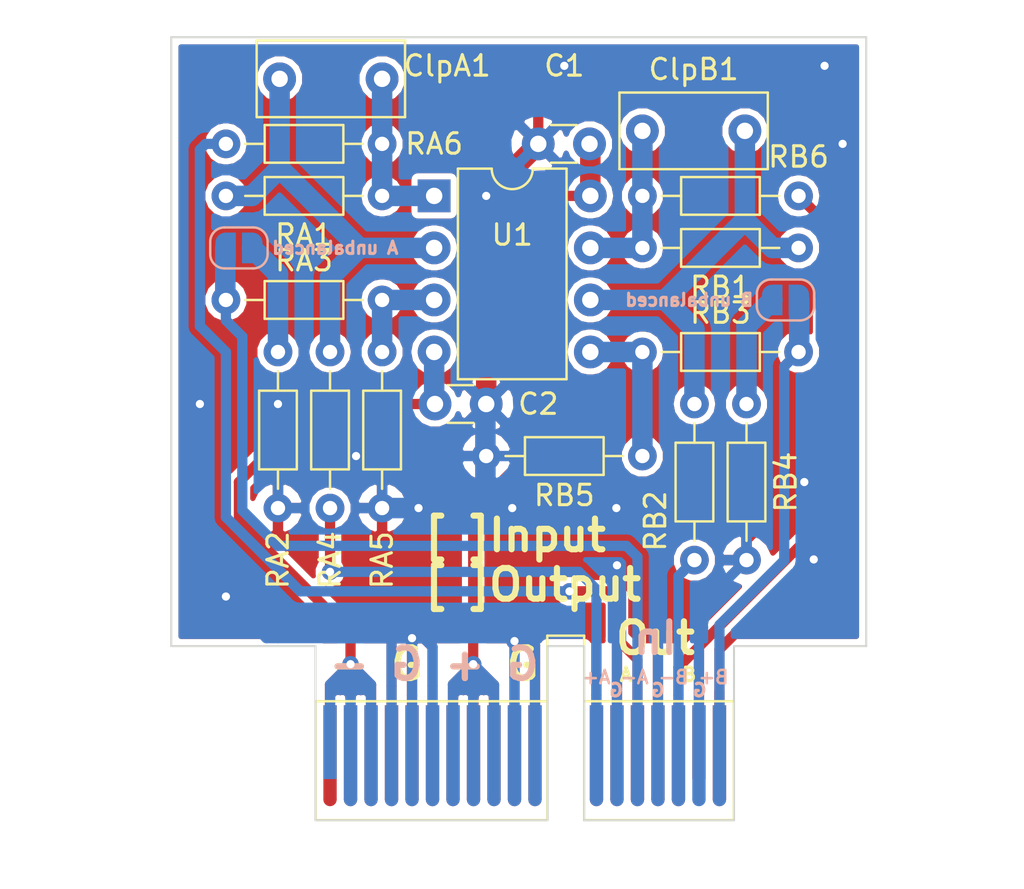
<source format=kicad_pcb>
(kicad_pcb (version 20171130) (host pcbnew 5.0.2-bee76a0~70~ubuntu16.04.1)

  (general
    (thickness 1.6)
    (drawings 22)
    (tracks 225)
    (zones 0)
    (modules 20)
    (nets 18)
  )

  (page A4)
  (layers
    (0 F.Cu signal)
    (31 B.Cu signal)
    (32 B.Adhes user)
    (33 F.Adhes user)
    (34 B.Paste user)
    (35 F.Paste user)
    (36 B.SilkS user)
    (37 F.SilkS user)
    (38 B.Mask user)
    (39 F.Mask user)
    (40 Dwgs.User user)
    (41 Cmts.User user)
    (42 Eco1.User user)
    (43 Eco2.User user)
    (44 Edge.Cuts user)
    (45 Margin user)
    (46 B.CrtYd user)
    (47 F.CrtYd user)
    (48 B.Fab user)
    (49 F.Fab user)
  )

  (setup
    (last_trace_width 0.5)
    (trace_clearance 0.3)
    (zone_clearance 0.3)
    (zone_45_only no)
    (trace_min 0.2)
    (segment_width 0.2)
    (edge_width 0.1)
    (via_size 0.8)
    (via_drill 0.4)
    (via_min_size 0.4)
    (via_min_drill 0.3)
    (uvia_size 0.3)
    (uvia_drill 0.1)
    (uvias_allowed no)
    (uvia_min_size 0.2)
    (uvia_min_drill 0.1)
    (pcb_text_width 0.3)
    (pcb_text_size 1.5 1.5)
    (mod_edge_width 0.15)
    (mod_text_size 1 1)
    (mod_text_width 0.15)
    (pad_size 1 0.5)
    (pad_drill 0)
    (pad_to_mask_clearance 0)
    (solder_mask_min_width 0.25)
    (aux_axis_origin 0 0)
    (visible_elements FFFFFF7F)
    (pcbplotparams
      (layerselection 0x010f0_ffffffff)
      (usegerberextensions false)
      (usegerberattributes true)
      (usegerberadvancedattributes false)
      (creategerberjobfile false)
      (excludeedgelayer false)
      (linewidth 0.100000)
      (plotframeref false)
      (viasonmask false)
      (mode 1)
      (useauxorigin false)
      (hpglpennumber 1)
      (hpglpenspeed 20)
      (hpglpendiameter 15.000000)
      (psnegative false)
      (psa4output false)
      (plotreference true)
      (plotvalue true)
      (plotinvisibletext false)
      (padsonsilk true)
      (subtractmaskfromsilk false)
      (outputformat 1)
      (mirror false)
      (drillshape 0)
      (scaleselection 1)
      (outputdirectory "plots/"))
  )

  (net 0 "")
  (net 1 +15V)
  (net 2 GNDA)
  (net 3 -15V)
  (net 4 "Net-(RA3-Pad2)")
  (net 5 "Net-(RB3-Pad2)")
  (net 6 inB+)
  (net 7 inA+)
  (net 8 inB-)
  (net 9 inA-)
  (net 10 outA)
  (net 11 outB)
  (net 12 "Net-(JA2-Pad2)")
  (net 13 "Net-(JB1-Pad2)")
  (net 14 "Net-(ClpA1-Pad1)")
  (net 15 "Net-(ClpA1-Pad2)")
  (net 16 "Net-(ClpB1-Pad2)")
  (net 17 "Net-(ClpB1-Pad1)")

  (net_class Default "This is the default net class."
    (clearance 0.3)
    (trace_width 0.5)
    (via_dia 0.8)
    (via_drill 0.4)
    (uvia_dia 0.3)
    (uvia_drill 0.1)
    (add_net "Net-(ClpA1-Pad1)")
    (add_net "Net-(ClpA1-Pad2)")
    (add_net "Net-(ClpB1-Pad1)")
    (add_net "Net-(ClpB1-Pad2)")
    (add_net "Net-(JA2-Pad2)")
    (add_net "Net-(JB1-Pad2)")
    (add_net "Net-(RA3-Pad2)")
    (add_net "Net-(RB3-Pad2)")
    (add_net inA+)
    (add_net inA-)
    (add_net inB+)
    (add_net inB-)
    (add_net outA)
    (add_net outB)
  )

  (net_class power ""
    (clearance 0.3)
    (trace_width 0.5)
    (via_dia 0.8)
    (via_drill 0.4)
    (uvia_dia 0.3)
    (uvia_drill 0.1)
    (add_net +15V)
    (add_net -15V)
    (add_net GNDA)
  )

  (module Resistor_THT:R_Axial_DIN0204_L3.6mm_D1.6mm_P7.62mm_Horizontal (layer F.Cu) (tedit 5AE5139B) (tstamp 5D4D76E4)
    (at 99.06 36.83 180)
    (descr "Resistor, Axial_DIN0204 series, Axial, Horizontal, pin pitch=7.62mm, 0.167W, length*diameter=3.6*1.6mm^2, http://cdn-reichelt.de/documents/datenblatt/B400/1_4W%23YAG.pdf")
    (tags "Resistor Axial_DIN0204 series Axial Horizontal pin pitch 7.62mm 0.167W length 3.6mm diameter 1.6mm")
    (path /5CA39C35)
    (fp_text reference RA6 (at -2.54 0 180) (layer F.SilkS)
      (effects (font (size 1 1) (thickness 0.15)))
    )
    (fp_text value 0|0|220 (at 12.7 0 180) (layer F.Fab)
      (effects (font (size 1 1) (thickness 0.15)))
    )
    (fp_line (start 2.01 -0.8) (end 2.01 0.8) (layer F.Fab) (width 0.1))
    (fp_line (start 2.01 0.8) (end 5.61 0.8) (layer F.Fab) (width 0.1))
    (fp_line (start 5.61 0.8) (end 5.61 -0.8) (layer F.Fab) (width 0.1))
    (fp_line (start 5.61 -0.8) (end 2.01 -0.8) (layer F.Fab) (width 0.1))
    (fp_line (start 0 0) (end 2.01 0) (layer F.Fab) (width 0.1))
    (fp_line (start 7.62 0) (end 5.61 0) (layer F.Fab) (width 0.1))
    (fp_line (start 1.89 -0.92) (end 1.89 0.92) (layer F.SilkS) (width 0.12))
    (fp_line (start 1.89 0.92) (end 5.73 0.92) (layer F.SilkS) (width 0.12))
    (fp_line (start 5.73 0.92) (end 5.73 -0.92) (layer F.SilkS) (width 0.12))
    (fp_line (start 5.73 -0.92) (end 1.89 -0.92) (layer F.SilkS) (width 0.12))
    (fp_line (start 0.94 0) (end 1.89 0) (layer F.SilkS) (width 0.12))
    (fp_line (start 6.68 0) (end 5.73 0) (layer F.SilkS) (width 0.12))
    (fp_line (start -0.95 -1.05) (end -0.95 1.05) (layer F.CrtYd) (width 0.05))
    (fp_line (start -0.95 1.05) (end 8.57 1.05) (layer F.CrtYd) (width 0.05))
    (fp_line (start 8.57 1.05) (end 8.57 -1.05) (layer F.CrtYd) (width 0.05))
    (fp_line (start 8.57 -1.05) (end -0.95 -1.05) (layer F.CrtYd) (width 0.05))
    (fp_text user %R (at 3.81 0 180) (layer F.Fab)
      (effects (font (size 0.72 0.72) (thickness 0.108)))
    )
    (pad 1 thru_hole circle (at 0 0 180) (size 1.4 1.4) (drill 0.7) (layers *.Cu *.Mask)
      (net 14 "Net-(ClpA1-Pad1)"))
    (pad 2 thru_hole oval (at 7.62 0 180) (size 1.4 1.4) (drill 0.7) (layers *.Cu *.Mask)
      (net 10 outA))
    (model ${KISYS3DMOD}/Resistor_THT.3dshapes/R_Axial_DIN0204_L3.6mm_D1.6mm_P7.62mm_Horizontal.wrl
      (at (xyz 0 0 0))
      (scale (xyz 1 1 1))
      (rotate (xyz 0 0 0))
    )
  )

  (module Package_DIP:DIP-8_W7.62mm (layer F.Cu) (tedit 5A02E8C5) (tstamp 5CA24E4D)
    (at 101.6 39.37)
    (descr "8-lead though-hole mounted DIP package, row spacing 7.62 mm (300 mils)")
    (tags "THT DIP DIL PDIP 2.54mm 7.62mm 300mil")
    (path /5C54CA7D)
    (fp_text reference U1 (at 3.81 1.905) (layer F.SilkS)
      (effects (font (size 1 1) (thickness 0.15)))
    )
    (fp_text value LM4562 (at 3.81 5.08) (layer F.Fab)
      (effects (font (size 1 1) (thickness 0.15)))
    )
    (fp_arc (start 3.81 -1.33) (end 2.81 -1.33) (angle -180) (layer F.SilkS) (width 0.12))
    (fp_line (start 1.635 -1.27) (end 6.985 -1.27) (layer F.Fab) (width 0.1))
    (fp_line (start 6.985 -1.27) (end 6.985 8.89) (layer F.Fab) (width 0.1))
    (fp_line (start 6.985 8.89) (end 0.635 8.89) (layer F.Fab) (width 0.1))
    (fp_line (start 0.635 8.89) (end 0.635 -0.27) (layer F.Fab) (width 0.1))
    (fp_line (start 0.635 -0.27) (end 1.635 -1.27) (layer F.Fab) (width 0.1))
    (fp_line (start 2.81 -1.33) (end 1.16 -1.33) (layer F.SilkS) (width 0.12))
    (fp_line (start 1.16 -1.33) (end 1.16 8.95) (layer F.SilkS) (width 0.12))
    (fp_line (start 1.16 8.95) (end 6.46 8.95) (layer F.SilkS) (width 0.12))
    (fp_line (start 6.46 8.95) (end 6.46 -1.33) (layer F.SilkS) (width 0.12))
    (fp_line (start 6.46 -1.33) (end 4.81 -1.33) (layer F.SilkS) (width 0.12))
    (fp_line (start -1.1 -1.55) (end -1.1 9.15) (layer F.CrtYd) (width 0.05))
    (fp_line (start -1.1 9.15) (end 8.7 9.15) (layer F.CrtYd) (width 0.05))
    (fp_line (start 8.7 9.15) (end 8.7 -1.55) (layer F.CrtYd) (width 0.05))
    (fp_line (start 8.7 -1.55) (end -1.1 -1.55) (layer F.CrtYd) (width 0.05))
    (fp_text user %R (at 3.81 3.81) (layer F.Fab)
      (effects (font (size 1 1) (thickness 0.15)))
    )
    (pad 1 thru_hole rect (at 0 0) (size 1.6 1.6) (drill 0.8) (layers *.Cu *.Mask)
      (net 14 "Net-(ClpA1-Pad1)"))
    (pad 5 thru_hole oval (at 7.62 7.62) (size 1.6 1.6) (drill 0.8) (layers *.Cu *.Mask)
      (net 5 "Net-(RB3-Pad2)"))
    (pad 2 thru_hole oval (at 0 2.54) (size 1.6 1.6) (drill 0.8) (layers *.Cu *.Mask)
      (net 15 "Net-(ClpA1-Pad2)"))
    (pad 6 thru_hole oval (at 7.62 5.08) (size 1.6 1.6) (drill 0.8) (layers *.Cu *.Mask)
      (net 16 "Net-(ClpB1-Pad2)"))
    (pad 3 thru_hole oval (at 0 5.08) (size 1.6 1.6) (drill 0.8) (layers *.Cu *.Mask)
      (net 4 "Net-(RA3-Pad2)"))
    (pad 7 thru_hole oval (at 7.62 2.54) (size 1.6 1.6) (drill 0.8) (layers *.Cu *.Mask)
      (net 17 "Net-(ClpB1-Pad1)"))
    (pad 4 thru_hole oval (at 0 7.62) (size 1.6 1.6) (drill 0.8) (layers *.Cu *.Mask)
      (net 3 -15V))
    (pad 8 thru_hole oval (at 7.62 0) (size 1.6 1.6) (drill 0.8) (layers *.Cu *.Mask)
      (net 1 +15V))
    (model ${KISYS3DMOD}/Package_DIP.3dshapes/DIP-8_W7.62mm.wrl
      (at (xyz 0 0 0))
      (scale (xyz 1 1 1))
      (rotate (xyz 0 0 0))
    )
  )

  (module footprints:PCIexpress_1x_letters (layer F.Cu) (tedit 5D08B442) (tstamp 5C54794C)
    (at 96.52 66.04)
    (descr "PCIexpress Bus Edge Connector")
    (tags "PCIexpress Bus Edge Connector")
    (path /5C5482AB)
    (attr virtual)
    (fp_text reference J3 (at 11.43 -4.318) (layer F.SilkS) hide
      (effects (font (size 1 1) (thickness 0.15)))
    )
    (fp_text value Conn_02x18_Row_Letter_First (at 10.16 6.35) (layer F.Fab)
      (effects (font (size 1 1) (thickness 0.15)))
    )
    (fp_line (start 19.95 4.05) (end -0.95 4.05) (layer F.CrtYd) (width 0.05))
    (fp_line (start 19.95 4.05) (end 19.95 -5.45) (layer F.CrtYd) (width 0.05))
    (fp_line (start -0.95 -5.45) (end -0.95 4.05) (layer F.CrtYd) (width 0.05))
    (fp_line (start -0.95 -5.45) (end 19.95 -5.45) (layer F.CrtYd) (width 0.05))
    (fp_line (start 19.7 -2) (end 19.7 3.8) (layer F.SilkS) (width 0.12))
    (fp_line (start 12.4 -2) (end 12.4 3.8) (layer F.SilkS) (width 0.12))
    (fp_line (start 12.4 3.8) (end 19.7 3.8) (layer F.SilkS) (width 0.12))
    (fp_line (start 19.7 -2) (end 12.4 -2) (layer F.SilkS) (width 0.12))
    (fp_line (start -0.7 3.8) (end -0.7 -2) (layer F.SilkS) (width 0.12))
    (fp_line (start 10.6 3.8) (end -0.7 3.8) (layer F.SilkS) (width 0.12))
    (fp_line (start 10.6 -2) (end 10.6 3.8) (layer F.SilkS) (width 0.12))
    (fp_line (start -0.7 -2) (end 10.6 -2) (layer F.SilkS) (width 0.12))
    (fp_line (start 12.4 -5.2) (end 12.4 -2) (layer F.SilkS) (width 0.12))
    (fp_line (start 10.6 -5.2) (end 12.4 -5.2) (layer F.SilkS) (width 0.12))
    (fp_line (start 10.6 -2) (end 10.6 -5.2) (layer F.SilkS) (width 0.12))
    (fp_text user %R (at 9.5 0.662) (layer F.Fab)
      (effects (font (size 1 1) (thickness 0.15)))
    )
    (pad "" connect oval (at 1 2.8 90) (size 0.65 0.65) (layers B.Cu B.Mask))
    (pad "" connect oval (at 19 2.8 90) (size 0.65 0.65) (layers B.Cu B.Mask))
    (pad "" connect oval (at 18 2.8 90) (size 0.65 0.65) (layers B.Cu B.Mask))
    (pad "" connect oval (at 13 2.8 90) (size 0.65 0.65) (layers B.Cu B.Mask))
    (pad "" connect oval (at 10 2.8 90) (size 0.65 0.65) (layers B.Cu B.Mask))
    (pad "" connect oval (at 17 2.8 90) (size 0.65 0.65) (layers B.Cu B.Mask))
    (pad "" connect oval (at 14 2.8 90) (size 0.65 0.65) (layers B.Cu B.Mask))
    (pad "" connect oval (at 2 2.8 90) (size 0.65 0.65) (layers B.Cu B.Mask))
    (pad "" connect oval (at 16 2.8 90) (size 0.65 0.65) (layers B.Cu B.Mask))
    (pad "" connect oval (at 15 2.8 90) (size 0.65 0.65) (layers B.Cu B.Mask))
    (pad "" connect oval (at 9 2.8 90) (size 0.65 0.65) (layers B.Cu B.Mask))
    (pad "" connect oval (at 8 2.8 90) (size 0.65 0.65) (layers B.Cu B.Mask))
    (pad "" connect oval (at 7 2.8 90) (size 0.65 0.65) (layers B.Cu B.Mask))
    (pad "" connect oval (at 6 2.8 90) (size 0.65 0.65) (layers B.Cu B.Mask))
    (pad "" connect oval (at 5 2.8 90) (size 0.65 0.65) (layers B.Cu B.Mask))
    (pad "" connect oval (at 4 2.8 90) (size 0.65 0.65) (layers B.Cu B.Mask))
    (pad "" connect oval (at 3 2.8 90) (size 0.65 0.65) (layers B.Cu B.Mask))
    (pad "" connect circle (at 1 2.8) (size 0.65 0.65) (layers F.Cu F.Mask))
    (pad "" connect circle (at 17 2.8) (size 0.65 0.65) (layers F.Cu F.Mask))
    (pad "" connect circle (at 16 2.8) (size 0.65 0.65) (layers F.Cu F.Mask))
    (pad "" connect circle (at 15 2.8) (size 0.65 0.65) (layers F.Cu F.Mask))
    (pad "" connect circle (at 14 2.8) (size 0.65 0.65) (layers F.Cu F.Mask))
    (pad "" connect circle (at 13 2.8) (size 0.65 0.65) (layers F.Cu F.Mask))
    (pad "" connect circle (at 0 2.8) (size 0.65 0.65) (layers F.Cu F.Mask))
    (pad "" connect circle (at 10 2.8) (size 0.65 0.65) (layers F.Cu F.Mask))
    (pad "" connect circle (at 9 2.8) (size 0.65 0.65) (layers F.Cu F.Mask))
    (pad "" connect circle (at 8 2.8) (size 0.65 0.65) (layers F.Cu F.Mask))
    (pad "" connect circle (at 7 2.8) (size 0.65 0.65) (layers F.Cu F.Mask))
    (pad "" connect circle (at 6 2.8) (size 0.65 0.65) (layers F.Cu F.Mask))
    (pad "" connect circle (at 5 2.8) (size 0.65 0.65) (layers F.Cu F.Mask))
    (pad "" connect circle (at 4 2.8) (size 0.65 0.65) (layers F.Cu F.Mask))
    (pad "" connect circle (at 3 2.8) (size 0.65 0.65) (layers F.Cu F.Mask))
    (pad "" connect circle (at 2 2.8) (size 0.65 0.65) (layers F.Cu F.Mask))
    (pad 13a connect rect (at 14 0.5) (size 0.65 4.6) (layers B.Cu B.Mask)
      (net 2 GNDA))
    (pad 12a connect rect (at 13 0.5) (size 0.65 4.6) (layers B.Cu B.Mask)
      (net 9 inA-))
    (pad 18a connect rect (at 19 0.5) (size 0.65 4.6) (layers B.Cu B.Mask)
      (net 6 inB+))
    (pad 17a connect rect (at 18 0.5) (size 0.65 4.6) (layers B.Cu B.Mask)
      (net 2 GNDA))
    (pad 16a connect rect (at 17 0.5) (size 0.65 4.6) (layers B.Cu B.Mask)
      (net 8 inB-))
    (pad 15a connect rect (at 16 0.5) (size 0.65 4.6) (layers B.Cu B.Mask)
      (net 2 GNDA))
    (pad 14a connect rect (at 15 0.5) (size 0.65 4.6) (layers B.Cu B.Mask)
      (net 7 inA+))
    (pad 11a connect rect (at 10 0.5) (size 0.65 4.6) (layers B.Cu B.Mask)
      (net 2 GNDA))
    (pad 10a connect rect (at 9 0.5) (size 0.65 4.6) (layers B.Cu B.Mask)
      (net 2 GNDA))
    (pad 9a connect rect (at 8 0.5) (size 0.65 4.6) (layers B.Cu B.Mask)
      (net 1 +15V))
    (pad 8a connect rect (at 7 0.5) (size 0.65 4.6) (layers B.Cu B.Mask)
      (net 1 +15V))
    (pad 7a connect rect (at 6 0.5) (size 0.65 4.6) (layers B.Cu B.Mask)
      (net 1 +15V))
    (pad 6a connect rect (at 5 0.5) (size 0.65 4.6) (layers B.Cu B.Mask)
      (net 2 GNDA))
    (pad 5a connect rect (at 4 0.5) (size 0.65 4.6) (layers B.Cu B.Mask)
      (net 2 GNDA))
    (pad 4a connect rect (at 3 0.5) (size 0.65 4.6) (layers B.Cu B.Mask)
      (net 2 GNDA))
    (pad 3a connect rect (at 2 0.5) (size 0.65 4.6) (layers B.Cu B.Mask)
      (net 3 -15V))
    (pad 2a connect rect (at 1 0.5) (size 0.65 4.6) (layers B.Cu B.Mask)
      (net 3 -15V))
    (pad 1a connect rect (at 0 0) (size 0.65 3.6) (layers B.Cu B.Mask)
      (net 3 -15V))
    (pad 13b connect rect (at 14 0.5) (size 0.65 4.6) (layers F.Cu F.Mask)
      (net 10 outA))
    (pad 12b connect rect (at 13 0.5) (size 0.65 4.6) (layers F.Cu F.Mask)
      (net 2 GNDA))
    (pad 18b connect rect (at 19 0.5) (size 0.65 4.6) (layers F.Cu F.Mask)
      (net 2 GNDA))
    (pad 17b connect rect (at 18 0) (size 0.65 3.6) (layers F.Cu F.Mask)
      (net 11 outB))
    (pad 16b connect rect (at 17 0.5) (size 0.65 4.6) (layers F.Cu F.Mask)
      (net 11 outB))
    (pad 15b connect rect (at 16 0.5) (size 0.65 4.6) (layers F.Cu F.Mask)
      (net 2 GNDA))
    (pad 14b connect rect (at 15 0.5) (size 0.65 4.6) (layers F.Cu F.Mask)
      (net 10 outA))
    (pad 11b connect rect (at 10 0.5) (size 0.65 4.6) (layers F.Cu F.Mask)
      (net 2 GNDA))
    (pad 10b connect rect (at 9 0.5) (size 0.65 4.6) (layers F.Cu F.Mask)
      (net 2 GNDA))
    (pad 9b connect rect (at 8 0.5) (size 0.65 4.6) (layers F.Cu F.Mask)
      (net 1 +15V))
    (pad 8b connect rect (at 7 0.5) (size 0.65 4.6) (layers F.Cu F.Mask)
      (net 1 +15V))
    (pad 7b connect rect (at 6 0.5) (size 0.65 4.6) (layers F.Cu F.Mask)
      (net 1 +15V))
    (pad 6b connect rect (at 5 0.5) (size 0.65 4.6) (layers F.Cu F.Mask)
      (net 2 GNDA))
    (pad 5b connect rect (at 4 0.5) (size 0.65 4.6) (layers F.Cu F.Mask)
      (net 2 GNDA))
    (pad 4b connect rect (at 3 0.5) (size 0.65 4.6) (layers F.Cu F.Mask)
      (net 2 GNDA))
    (pad 3b connect rect (at 2 0.5) (size 0.65 4.6) (layers F.Cu F.Mask)
      (net 3 -15V))
    (pad 2b connect rect (at 1 0.5) (size 0.65 4.6) (layers F.Cu F.Mask)
      (net 3 -15V))
    (pad 1b connect rect (at 0 0.5) (size 0.65 4.6) (layers F.Cu F.Mask)
      (net 3 -15V))
    (pad "" connect circle (at 19 2.8) (size 0.65 0.65) (layers F.Cu F.Mask))
  )

  (module Resistor_THT:R_Axial_DIN0204_L3.6mm_D1.6mm_P7.62mm_Horizontal (layer F.Cu) (tedit 5AE5139B) (tstamp 5CA24D4F)
    (at 96.52 54.61 90)
    (descr "Resistor, Axial_DIN0204 series, Axial, Horizontal, pin pitch=7.62mm, 0.167W, length*diameter=3.6*1.6mm^2, http://cdn-reichelt.de/documents/datenblatt/B400/1_4W%23YAG.pdf")
    (tags "Resistor Axial_DIN0204 series Axial Horizontal pin pitch 7.62mm 0.167W length 3.6mm diameter 1.6mm")
    (path /5C54CA8C)
    (fp_text reference RA2 (at -2.54 -2.54 90) (layer F.SilkS)
      (effects (font (size 1 1) (thickness 0.15)))
    )
    (fp_text value 10k|0|open (at -7.62 0 90) (layer F.Fab)
      (effects (font (size 1 1) (thickness 0.15)))
    )
    (fp_line (start 2.01 -0.8) (end 2.01 0.8) (layer F.Fab) (width 0.1))
    (fp_line (start 2.01 0.8) (end 5.61 0.8) (layer F.Fab) (width 0.1))
    (fp_line (start 5.61 0.8) (end 5.61 -0.8) (layer F.Fab) (width 0.1))
    (fp_line (start 5.61 -0.8) (end 2.01 -0.8) (layer F.Fab) (width 0.1))
    (fp_line (start 0 0) (end 2.01 0) (layer F.Fab) (width 0.1))
    (fp_line (start 7.62 0) (end 5.61 0) (layer F.Fab) (width 0.1))
    (fp_line (start 1.89 -0.92) (end 1.89 0.92) (layer F.SilkS) (width 0.12))
    (fp_line (start 1.89 0.92) (end 5.73 0.92) (layer F.SilkS) (width 0.12))
    (fp_line (start 5.73 0.92) (end 5.73 -0.92) (layer F.SilkS) (width 0.12))
    (fp_line (start 5.73 -0.92) (end 1.89 -0.92) (layer F.SilkS) (width 0.12))
    (fp_line (start 0.94 0) (end 1.89 0) (layer F.SilkS) (width 0.12))
    (fp_line (start 6.68 0) (end 5.73 0) (layer F.SilkS) (width 0.12))
    (fp_line (start -0.95 -1.05) (end -0.95 1.05) (layer F.CrtYd) (width 0.05))
    (fp_line (start -0.95 1.05) (end 8.57 1.05) (layer F.CrtYd) (width 0.05))
    (fp_line (start 8.57 1.05) (end 8.57 -1.05) (layer F.CrtYd) (width 0.05))
    (fp_line (start 8.57 -1.05) (end -0.95 -1.05) (layer F.CrtYd) (width 0.05))
    (fp_text user %R (at 3.81 0 90) (layer F.Fab)
      (effects (font (size 0.72 0.72) (thickness 0.108)))
    )
    (pad 1 thru_hole circle (at 0 0 90) (size 1.4 1.4) (drill 0.7) (layers *.Cu *.Mask)
      (net 9 inA-))
    (pad 2 thru_hole oval (at 7.62 0 90) (size 1.4 1.4) (drill 0.7) (layers *.Cu *.Mask)
      (net 15 "Net-(ClpA1-Pad2)"))
    (model ${KISYS3DMOD}/Resistor_THT.3dshapes/R_Axial_DIN0204_L3.6mm_D1.6mm_P7.62mm_Horizontal.wrl
      (at (xyz 0 0 0))
      (scale (xyz 1 1 1))
      (rotate (xyz 0 0 0))
    )
  )

  (module Resistor_THT:R_Axial_DIN0204_L3.6mm_D1.6mm_P7.62mm_Horizontal (layer F.Cu) (tedit 5AE5139B) (tstamp 5CA24B48)
    (at 91.44 44.45)
    (descr "Resistor, Axial_DIN0204 series, Axial, Horizontal, pin pitch=7.62mm, 0.167W, length*diameter=3.6*1.6mm^2, http://cdn-reichelt.de/documents/datenblatt/B400/1_4W%23YAG.pdf")
    (tags "Resistor Axial_DIN0204 series Axial Horizontal pin pitch 7.62mm 0.167W length 3.6mm diameter 1.6mm")
    (path /5C54CAA4)
    (fp_text reference RA3 (at 3.81 -1.92) (layer F.SilkS)
      (effects (font (size 1 1) (thickness 0.15)))
    )
    (fp_text value 10k|1k|10k (at -6.35 0) (layer F.Fab)
      (effects (font (size 1 1) (thickness 0.15)))
    )
    (fp_text user %R (at 3.81 0) (layer F.Fab)
      (effects (font (size 0.72 0.72) (thickness 0.108)))
    )
    (fp_line (start 8.57 -1.05) (end -0.95 -1.05) (layer F.CrtYd) (width 0.05))
    (fp_line (start 8.57 1.05) (end 8.57 -1.05) (layer F.CrtYd) (width 0.05))
    (fp_line (start -0.95 1.05) (end 8.57 1.05) (layer F.CrtYd) (width 0.05))
    (fp_line (start -0.95 -1.05) (end -0.95 1.05) (layer F.CrtYd) (width 0.05))
    (fp_line (start 6.68 0) (end 5.73 0) (layer F.SilkS) (width 0.12))
    (fp_line (start 0.94 0) (end 1.89 0) (layer F.SilkS) (width 0.12))
    (fp_line (start 5.73 -0.92) (end 1.89 -0.92) (layer F.SilkS) (width 0.12))
    (fp_line (start 5.73 0.92) (end 5.73 -0.92) (layer F.SilkS) (width 0.12))
    (fp_line (start 1.89 0.92) (end 5.73 0.92) (layer F.SilkS) (width 0.12))
    (fp_line (start 1.89 -0.92) (end 1.89 0.92) (layer F.SilkS) (width 0.12))
    (fp_line (start 7.62 0) (end 5.61 0) (layer F.Fab) (width 0.1))
    (fp_line (start 0 0) (end 2.01 0) (layer F.Fab) (width 0.1))
    (fp_line (start 5.61 -0.8) (end 2.01 -0.8) (layer F.Fab) (width 0.1))
    (fp_line (start 5.61 0.8) (end 5.61 -0.8) (layer F.Fab) (width 0.1))
    (fp_line (start 2.01 0.8) (end 5.61 0.8) (layer F.Fab) (width 0.1))
    (fp_line (start 2.01 -0.8) (end 2.01 0.8) (layer F.Fab) (width 0.1))
    (pad 2 thru_hole oval (at 7.62 0) (size 1.4 1.4) (drill 0.7) (layers *.Cu *.Mask)
      (net 4 "Net-(RA3-Pad2)"))
    (pad 1 thru_hole circle (at 0 0) (size 1.4 1.4) (drill 0.7) (layers *.Cu *.Mask)
      (net 7 inA+))
    (model ${KISYS3DMOD}/Resistor_THT.3dshapes/R_Axial_DIN0204_L3.6mm_D1.6mm_P7.62mm_Horizontal.wrl
      (at (xyz 0 0 0))
      (scale (xyz 1 1 1))
      (rotate (xyz 0 0 0))
    )
  )

  (module Resistor_THT:R_Axial_DIN0204_L3.6mm_D1.6mm_P7.62mm_Horizontal (layer F.Cu) (tedit 5AE5139B) (tstamp 5CA24BBD)
    (at 93.98 46.99 270)
    (descr "Resistor, Axial_DIN0204 series, Axial, Horizontal, pin pitch=7.62mm, 0.167W, length*diameter=3.6*1.6mm^2, http://cdn-reichelt.de/documents/datenblatt/B400/1_4W%23YAG.pdf")
    (tags "Resistor Axial_DIN0204 series Axial Horizontal pin pitch 7.62mm 0.167W length 3.6mm diameter 1.6mm")
    (path /5C54CAB9)
    (fp_text reference RA4 (at 10.16 -2.54 270) (layer F.SilkS)
      (effects (font (size 1 1) (thickness 0.15)))
    )
    (fp_text value 10|0|open (at 15.24 0 270) (layer F.Fab)
      (effects (font (size 1 1) (thickness 0.15)))
    )
    (fp_text user %R (at 3.81 0 270) (layer F.Fab)
      (effects (font (size 0.72 0.72) (thickness 0.108)))
    )
    (fp_line (start 8.57 -1.05) (end -0.95 -1.05) (layer F.CrtYd) (width 0.05))
    (fp_line (start 8.57 1.05) (end 8.57 -1.05) (layer F.CrtYd) (width 0.05))
    (fp_line (start -0.95 1.05) (end 8.57 1.05) (layer F.CrtYd) (width 0.05))
    (fp_line (start -0.95 -1.05) (end -0.95 1.05) (layer F.CrtYd) (width 0.05))
    (fp_line (start 6.68 0) (end 5.73 0) (layer F.SilkS) (width 0.12))
    (fp_line (start 0.94 0) (end 1.89 0) (layer F.SilkS) (width 0.12))
    (fp_line (start 5.73 -0.92) (end 1.89 -0.92) (layer F.SilkS) (width 0.12))
    (fp_line (start 5.73 0.92) (end 5.73 -0.92) (layer F.SilkS) (width 0.12))
    (fp_line (start 1.89 0.92) (end 5.73 0.92) (layer F.SilkS) (width 0.12))
    (fp_line (start 1.89 -0.92) (end 1.89 0.92) (layer F.SilkS) (width 0.12))
    (fp_line (start 7.62 0) (end 5.61 0) (layer F.Fab) (width 0.1))
    (fp_line (start 0 0) (end 2.01 0) (layer F.Fab) (width 0.1))
    (fp_line (start 5.61 -0.8) (end 2.01 -0.8) (layer F.Fab) (width 0.1))
    (fp_line (start 5.61 0.8) (end 5.61 -0.8) (layer F.Fab) (width 0.1))
    (fp_line (start 2.01 0.8) (end 5.61 0.8) (layer F.Fab) (width 0.1))
    (fp_line (start 2.01 -0.8) (end 2.01 0.8) (layer F.Fab) (width 0.1))
    (pad 2 thru_hole oval (at 7.62 0 270) (size 1.4 1.4) (drill 0.7) (layers *.Cu *.Mask)
      (net 2 GNDA))
    (pad 1 thru_hole circle (at 0 0 270) (size 1.4 1.4) (drill 0.7) (layers *.Cu *.Mask)
      (net 12 "Net-(JA2-Pad2)"))
    (model ${KISYS3DMOD}/Resistor_THT.3dshapes/R_Axial_DIN0204_L3.6mm_D1.6mm_P7.62mm_Horizontal.wrl
      (at (xyz 0 0 0))
      (scale (xyz 1 1 1))
      (rotate (xyz 0 0 0))
    )
  )

  (module Resistor_THT:R_Axial_DIN0204_L3.6mm_D1.6mm_P7.62mm_Horizontal (layer F.Cu) (tedit 5AE5139B) (tstamp 5CA24D91)
    (at 99.06 46.99 270)
    (descr "Resistor, Axial_DIN0204 series, Axial, Horizontal, pin pitch=7.62mm, 0.167W, length*diameter=3.6*1.6mm^2, http://cdn-reichelt.de/documents/datenblatt/B400/1_4W%23YAG.pdf")
    (tags "Resistor Axial_DIN0204 series Axial Horizontal pin pitch 7.62mm 0.167W length 3.6mm diameter 1.6mm")
    (path /5C54CAAC)
    (fp_text reference RA5 (at 10.16 0 270) (layer F.SilkS)
      (effects (font (size 1 1) (thickness 0.15)))
    )
    (fp_text value 10k|open|open (at 16.51 0 270) (layer F.Fab)
      (effects (font (size 1 1) (thickness 0.15)))
    )
    (fp_line (start 2.01 -0.8) (end 2.01 0.8) (layer F.Fab) (width 0.1))
    (fp_line (start 2.01 0.8) (end 5.61 0.8) (layer F.Fab) (width 0.1))
    (fp_line (start 5.61 0.8) (end 5.61 -0.8) (layer F.Fab) (width 0.1))
    (fp_line (start 5.61 -0.8) (end 2.01 -0.8) (layer F.Fab) (width 0.1))
    (fp_line (start 0 0) (end 2.01 0) (layer F.Fab) (width 0.1))
    (fp_line (start 7.62 0) (end 5.61 0) (layer F.Fab) (width 0.1))
    (fp_line (start 1.89 -0.92) (end 1.89 0.92) (layer F.SilkS) (width 0.12))
    (fp_line (start 1.89 0.92) (end 5.73 0.92) (layer F.SilkS) (width 0.12))
    (fp_line (start 5.73 0.92) (end 5.73 -0.92) (layer F.SilkS) (width 0.12))
    (fp_line (start 5.73 -0.92) (end 1.89 -0.92) (layer F.SilkS) (width 0.12))
    (fp_line (start 0.94 0) (end 1.89 0) (layer F.SilkS) (width 0.12))
    (fp_line (start 6.68 0) (end 5.73 0) (layer F.SilkS) (width 0.12))
    (fp_line (start -0.95 -1.05) (end -0.95 1.05) (layer F.CrtYd) (width 0.05))
    (fp_line (start -0.95 1.05) (end 8.57 1.05) (layer F.CrtYd) (width 0.05))
    (fp_line (start 8.57 1.05) (end 8.57 -1.05) (layer F.CrtYd) (width 0.05))
    (fp_line (start 8.57 -1.05) (end -0.95 -1.05) (layer F.CrtYd) (width 0.05))
    (fp_text user %R (at 3.81 0 270) (layer F.Fab)
      (effects (font (size 0.72 0.72) (thickness 0.108)))
    )
    (pad 1 thru_hole circle (at 0 0 270) (size 1.4 1.4) (drill 0.7) (layers *.Cu *.Mask)
      (net 4 "Net-(RA3-Pad2)"))
    (pad 2 thru_hole oval (at 7.62 0 270) (size 1.4 1.4) (drill 0.7) (layers *.Cu *.Mask)
      (net 2 GNDA))
    (model ${KISYS3DMOD}/Resistor_THT.3dshapes/R_Axial_DIN0204_L3.6mm_D1.6mm_P7.62mm_Horizontal.wrl
      (at (xyz 0 0 0))
      (scale (xyz 1 1 1))
      (rotate (xyz 0 0 0))
    )
  )

  (module Resistor_THT:R_Axial_DIN0204_L3.6mm_D1.6mm_P7.62mm_Horizontal (layer F.Cu) (tedit 5AE5139B) (tstamp 5CA24E06)
    (at 119.38 41.91 180)
    (descr "Resistor, Axial_DIN0204 series, Axial, Horizontal, pin pitch=7.62mm, 0.167W, length*diameter=3.6*1.6mm^2, http://cdn-reichelt.de/documents/datenblatt/B400/1_4W%23YAG.pdf")
    (tags "Resistor Axial_DIN0204 series Axial Horizontal pin pitch 7.62mm 0.167W length 3.6mm diameter 1.6mm")
    (path /5C54CB19)
    (fp_text reference RB1 (at 3.81 -1.92 180) (layer F.SilkS)
      (effects (font (size 1 1) (thickness 0.15)))
    )
    (fp_text value 10k|10k|0 (at -6.35 0 180) (layer F.Fab)
      (effects (font (size 1 1) (thickness 0.15)))
    )
    (fp_line (start 2.01 -0.8) (end 2.01 0.8) (layer F.Fab) (width 0.1))
    (fp_line (start 2.01 0.8) (end 5.61 0.8) (layer F.Fab) (width 0.1))
    (fp_line (start 5.61 0.8) (end 5.61 -0.8) (layer F.Fab) (width 0.1))
    (fp_line (start 5.61 -0.8) (end 2.01 -0.8) (layer F.Fab) (width 0.1))
    (fp_line (start 0 0) (end 2.01 0) (layer F.Fab) (width 0.1))
    (fp_line (start 7.62 0) (end 5.61 0) (layer F.Fab) (width 0.1))
    (fp_line (start 1.89 -0.92) (end 1.89 0.92) (layer F.SilkS) (width 0.12))
    (fp_line (start 1.89 0.92) (end 5.73 0.92) (layer F.SilkS) (width 0.12))
    (fp_line (start 5.73 0.92) (end 5.73 -0.92) (layer F.SilkS) (width 0.12))
    (fp_line (start 5.73 -0.92) (end 1.89 -0.92) (layer F.SilkS) (width 0.12))
    (fp_line (start 0.94 0) (end 1.89 0) (layer F.SilkS) (width 0.12))
    (fp_line (start 6.68 0) (end 5.73 0) (layer F.SilkS) (width 0.12))
    (fp_line (start -0.95 -1.05) (end -0.95 1.05) (layer F.CrtYd) (width 0.05))
    (fp_line (start -0.95 1.05) (end 8.57 1.05) (layer F.CrtYd) (width 0.05))
    (fp_line (start 8.57 1.05) (end 8.57 -1.05) (layer F.CrtYd) (width 0.05))
    (fp_line (start 8.57 -1.05) (end -0.95 -1.05) (layer F.CrtYd) (width 0.05))
    (fp_text user %R (at 3.81 0 180) (layer F.Fab)
      (effects (font (size 0.72 0.72) (thickness 0.108)))
    )
    (pad 1 thru_hole circle (at 0 0 180) (size 1.4 1.4) (drill 0.7) (layers *.Cu *.Mask)
      (net 16 "Net-(ClpB1-Pad2)"))
    (pad 2 thru_hole oval (at 7.62 0 180) (size 1.4 1.4) (drill 0.7) (layers *.Cu *.Mask)
      (net 17 "Net-(ClpB1-Pad1)"))
    (model ${KISYS3DMOD}/Resistor_THT.3dshapes/R_Axial_DIN0204_L3.6mm_D1.6mm_P7.62mm_Horizontal.wrl
      (at (xyz 0 0 0))
      (scale (xyz 1 1 1))
      (rotate (xyz 0 0 0))
    )
  )

  (module Resistor_THT:R_Axial_DIN0204_L3.6mm_D1.6mm_P7.62mm_Horizontal (layer F.Cu) (tedit 5AE5139B) (tstamp 5CA24C29)
    (at 114.3 57.15 90)
    (descr "Resistor, Axial_DIN0204 series, Axial, Horizontal, pin pitch=7.62mm, 0.167W, length*diameter=3.6*1.6mm^2, http://cdn-reichelt.de/documents/datenblatt/B400/1_4W%23YAG.pdf")
    (tags "Resistor Axial_DIN0204 series Axial Horizontal pin pitch 7.62mm 0.167W length 3.6mm diameter 1.6mm")
    (path /5C54CAD8)
    (fp_text reference RB2 (at 1.905 -1.905 90) (layer F.SilkS)
      (effects (font (size 1 1) (thickness 0.15)))
    )
    (fp_text value 10k|0|open (at -6.35 0 270) (layer F.Fab)
      (effects (font (size 1 1) (thickness 0.15)))
    )
    (fp_line (start 2.01 -0.8) (end 2.01 0.8) (layer F.Fab) (width 0.1))
    (fp_line (start 2.01 0.8) (end 5.61 0.8) (layer F.Fab) (width 0.1))
    (fp_line (start 5.61 0.8) (end 5.61 -0.8) (layer F.Fab) (width 0.1))
    (fp_line (start 5.61 -0.8) (end 2.01 -0.8) (layer F.Fab) (width 0.1))
    (fp_line (start 0 0) (end 2.01 0) (layer F.Fab) (width 0.1))
    (fp_line (start 7.62 0) (end 5.61 0) (layer F.Fab) (width 0.1))
    (fp_line (start 1.89 -0.92) (end 1.89 0.92) (layer F.SilkS) (width 0.12))
    (fp_line (start 1.89 0.92) (end 5.73 0.92) (layer F.SilkS) (width 0.12))
    (fp_line (start 5.73 0.92) (end 5.73 -0.92) (layer F.SilkS) (width 0.12))
    (fp_line (start 5.73 -0.92) (end 1.89 -0.92) (layer F.SilkS) (width 0.12))
    (fp_line (start 0.94 0) (end 1.89 0) (layer F.SilkS) (width 0.12))
    (fp_line (start 6.68 0) (end 5.73 0) (layer F.SilkS) (width 0.12))
    (fp_line (start -0.95 -1.05) (end -0.95 1.05) (layer F.CrtYd) (width 0.05))
    (fp_line (start -0.95 1.05) (end 8.57 1.05) (layer F.CrtYd) (width 0.05))
    (fp_line (start 8.57 1.05) (end 8.57 -1.05) (layer F.CrtYd) (width 0.05))
    (fp_line (start 8.57 -1.05) (end -0.95 -1.05) (layer F.CrtYd) (width 0.05))
    (fp_text user %R (at 3.81 0 90) (layer F.Fab)
      (effects (font (size 0.72 0.72) (thickness 0.108)))
    )
    (pad 1 thru_hole circle (at 0 0 90) (size 1.4 1.4) (drill 0.7) (layers *.Cu *.Mask)
      (net 8 inB-))
    (pad 2 thru_hole oval (at 7.62 0 90) (size 1.4 1.4) (drill 0.7) (layers *.Cu *.Mask)
      (net 16 "Net-(ClpB1-Pad2)"))
    (model ${KISYS3DMOD}/Resistor_THT.3dshapes/R_Axial_DIN0204_L3.6mm_D1.6mm_P7.62mm_Horizontal.wrl
      (at (xyz 0 0 0))
      (scale (xyz 1 1 1))
      (rotate (xyz 0 0 0))
    )
  )

  (module Resistor_THT:R_Axial_DIN0204_L3.6mm_D1.6mm_P7.62mm_Horizontal (layer F.Cu) (tedit 5AE5139B) (tstamp 5CA24AD9)
    (at 119.38 46.99 180)
    (descr "Resistor, Axial_DIN0204 series, Axial, Horizontal, pin pitch=7.62mm, 0.167W, length*diameter=3.6*1.6mm^2, http://cdn-reichelt.de/documents/datenblatt/B400/1_4W%23YAG.pdf")
    (tags "Resistor Axial_DIN0204 series Axial Horizontal pin pitch 7.62mm 0.167W length 3.6mm diameter 1.6mm")
    (path /5C54CAE4)
    (fp_text reference RB3 (at 3.81 1.905 180) (layer F.SilkS)
      (effects (font (size 1 1) (thickness 0.15)))
    )
    (fp_text value 10k|1k|10k (at -6.35 0 180) (layer F.Fab)
      (effects (font (size 1 1) (thickness 0.15)))
    )
    (fp_text user %R (at 3.81 0 180) (layer F.Fab)
      (effects (font (size 0.72 0.72) (thickness 0.108)))
    )
    (fp_line (start 8.57 -1.05) (end -0.95 -1.05) (layer F.CrtYd) (width 0.05))
    (fp_line (start 8.57 1.05) (end 8.57 -1.05) (layer F.CrtYd) (width 0.05))
    (fp_line (start -0.95 1.05) (end 8.57 1.05) (layer F.CrtYd) (width 0.05))
    (fp_line (start -0.95 -1.05) (end -0.95 1.05) (layer F.CrtYd) (width 0.05))
    (fp_line (start 6.68 0) (end 5.73 0) (layer F.SilkS) (width 0.12))
    (fp_line (start 0.94 0) (end 1.89 0) (layer F.SilkS) (width 0.12))
    (fp_line (start 5.73 -0.92) (end 1.89 -0.92) (layer F.SilkS) (width 0.12))
    (fp_line (start 5.73 0.92) (end 5.73 -0.92) (layer F.SilkS) (width 0.12))
    (fp_line (start 1.89 0.92) (end 5.73 0.92) (layer F.SilkS) (width 0.12))
    (fp_line (start 1.89 -0.92) (end 1.89 0.92) (layer F.SilkS) (width 0.12))
    (fp_line (start 7.62 0) (end 5.61 0) (layer F.Fab) (width 0.1))
    (fp_line (start 0 0) (end 2.01 0) (layer F.Fab) (width 0.1))
    (fp_line (start 5.61 -0.8) (end 2.01 -0.8) (layer F.Fab) (width 0.1))
    (fp_line (start 5.61 0.8) (end 5.61 -0.8) (layer F.Fab) (width 0.1))
    (fp_line (start 2.01 0.8) (end 5.61 0.8) (layer F.Fab) (width 0.1))
    (fp_line (start 2.01 -0.8) (end 2.01 0.8) (layer F.Fab) (width 0.1))
    (pad 2 thru_hole oval (at 7.62 0 180) (size 1.4 1.4) (drill 0.7) (layers *.Cu *.Mask)
      (net 5 "Net-(RB3-Pad2)"))
    (pad 1 thru_hole circle (at 0 0 180) (size 1.4 1.4) (drill 0.7) (layers *.Cu *.Mask)
      (net 6 inB+))
    (model ${KISYS3DMOD}/Resistor_THT.3dshapes/R_Axial_DIN0204_L3.6mm_D1.6mm_P7.62mm_Horizontal.wrl
      (at (xyz 0 0 0))
      (scale (xyz 1 1 1))
      (rotate (xyz 0 0 0))
    )
  )

  (module Resistor_THT:R_Axial_DIN0204_L3.6mm_D1.6mm_P7.62mm_Horizontal (layer F.Cu) (tedit 5AE5139B) (tstamp 5CA24C6B)
    (at 116.84 49.53 270)
    (descr "Resistor, Axial_DIN0204 series, Axial, Horizontal, pin pitch=7.62mm, 0.167W, length*diameter=3.6*1.6mm^2, http://cdn-reichelt.de/documents/datenblatt/B400/1_4W%23YAG.pdf")
    (tags "Resistor Axial_DIN0204 series Axial Horizontal pin pitch 7.62mm 0.167W length 3.6mm diameter 1.6mm")
    (path /5C54CAF8)
    (fp_text reference RB4 (at 3.81 -1.92 270) (layer F.SilkS)
      (effects (font (size 1 1) (thickness 0.15)))
    )
    (fp_text value 10|0|open (at 12.7 0 90) (layer F.Fab)
      (effects (font (size 1 1) (thickness 0.15)))
    )
    (fp_text user %R (at 3.81 0 270) (layer F.Fab)
      (effects (font (size 0.72 0.72) (thickness 0.108)))
    )
    (fp_line (start 8.57 -1.05) (end -0.95 -1.05) (layer F.CrtYd) (width 0.05))
    (fp_line (start 8.57 1.05) (end 8.57 -1.05) (layer F.CrtYd) (width 0.05))
    (fp_line (start -0.95 1.05) (end 8.57 1.05) (layer F.CrtYd) (width 0.05))
    (fp_line (start -0.95 -1.05) (end -0.95 1.05) (layer F.CrtYd) (width 0.05))
    (fp_line (start 6.68 0) (end 5.73 0) (layer F.SilkS) (width 0.12))
    (fp_line (start 0.94 0) (end 1.89 0) (layer F.SilkS) (width 0.12))
    (fp_line (start 5.73 -0.92) (end 1.89 -0.92) (layer F.SilkS) (width 0.12))
    (fp_line (start 5.73 0.92) (end 5.73 -0.92) (layer F.SilkS) (width 0.12))
    (fp_line (start 1.89 0.92) (end 5.73 0.92) (layer F.SilkS) (width 0.12))
    (fp_line (start 1.89 -0.92) (end 1.89 0.92) (layer F.SilkS) (width 0.12))
    (fp_line (start 7.62 0) (end 5.61 0) (layer F.Fab) (width 0.1))
    (fp_line (start 0 0) (end 2.01 0) (layer F.Fab) (width 0.1))
    (fp_line (start 5.61 -0.8) (end 2.01 -0.8) (layer F.Fab) (width 0.1))
    (fp_line (start 5.61 0.8) (end 5.61 -0.8) (layer F.Fab) (width 0.1))
    (fp_line (start 2.01 0.8) (end 5.61 0.8) (layer F.Fab) (width 0.1))
    (fp_line (start 2.01 -0.8) (end 2.01 0.8) (layer F.Fab) (width 0.1))
    (pad 2 thru_hole oval (at 7.62 0 270) (size 1.4 1.4) (drill 0.7) (layers *.Cu *.Mask)
      (net 2 GNDA))
    (pad 1 thru_hole circle (at 0 0 270) (size 1.4 1.4) (drill 0.7) (layers *.Cu *.Mask)
      (net 13 "Net-(JB1-Pad2)"))
    (model ${KISYS3DMOD}/Resistor_THT.3dshapes/R_Axial_DIN0204_L3.6mm_D1.6mm_P7.62mm_Horizontal.wrl
      (at (xyz 0 0 0))
      (scale (xyz 1 1 1))
      (rotate (xyz 0 0 0))
    )
  )

  (module Resistor_THT:R_Axial_DIN0204_L3.6mm_D1.6mm_P7.62mm_Horizontal (layer F.Cu) (tedit 5AE5139B) (tstamp 5CA24CF2)
    (at 111.76 52.07 180)
    (descr "Resistor, Axial_DIN0204 series, Axial, Horizontal, pin pitch=7.62mm, 0.167W, length*diameter=3.6*1.6mm^2, http://cdn-reichelt.de/documents/datenblatt/B400/1_4W%23YAG.pdf")
    (tags "Resistor Axial_DIN0204 series Axial Horizontal pin pitch 7.62mm 0.167W length 3.6mm diameter 1.6mm")
    (path /5C54CAEC)
    (fp_text reference RB5 (at 3.81 -1.92 180) (layer F.SilkS)
      (effects (font (size 1 1) (thickness 0.15)))
    )
    (fp_text value 10k|open|open (at 5.08 -1.905 180) (layer F.Fab)
      (effects (font (size 1 1) (thickness 0.15)))
    )
    (fp_line (start 2.01 -0.8) (end 2.01 0.8) (layer F.Fab) (width 0.1))
    (fp_line (start 2.01 0.8) (end 5.61 0.8) (layer F.Fab) (width 0.1))
    (fp_line (start 5.61 0.8) (end 5.61 -0.8) (layer F.Fab) (width 0.1))
    (fp_line (start 5.61 -0.8) (end 2.01 -0.8) (layer F.Fab) (width 0.1))
    (fp_line (start 0 0) (end 2.01 0) (layer F.Fab) (width 0.1))
    (fp_line (start 7.62 0) (end 5.61 0) (layer F.Fab) (width 0.1))
    (fp_line (start 1.89 -0.92) (end 1.89 0.92) (layer F.SilkS) (width 0.12))
    (fp_line (start 1.89 0.92) (end 5.73 0.92) (layer F.SilkS) (width 0.12))
    (fp_line (start 5.73 0.92) (end 5.73 -0.92) (layer F.SilkS) (width 0.12))
    (fp_line (start 5.73 -0.92) (end 1.89 -0.92) (layer F.SilkS) (width 0.12))
    (fp_line (start 0.94 0) (end 1.89 0) (layer F.SilkS) (width 0.12))
    (fp_line (start 6.68 0) (end 5.73 0) (layer F.SilkS) (width 0.12))
    (fp_line (start -0.95 -1.05) (end -0.95 1.05) (layer F.CrtYd) (width 0.05))
    (fp_line (start -0.95 1.05) (end 8.57 1.05) (layer F.CrtYd) (width 0.05))
    (fp_line (start 8.57 1.05) (end 8.57 -1.05) (layer F.CrtYd) (width 0.05))
    (fp_line (start 8.57 -1.05) (end -0.95 -1.05) (layer F.CrtYd) (width 0.05))
    (fp_text user %R (at 3.81 0 180) (layer F.Fab)
      (effects (font (size 0.72 0.72) (thickness 0.108)))
    )
    (pad 1 thru_hole circle (at 0 0 180) (size 1.4 1.4) (drill 0.7) (layers *.Cu *.Mask)
      (net 5 "Net-(RB3-Pad2)"))
    (pad 2 thru_hole oval (at 7.62 0 180) (size 1.4 1.4) (drill 0.7) (layers *.Cu *.Mask)
      (net 2 GNDA))
    (model ${KISYS3DMOD}/Resistor_THT.3dshapes/R_Axial_DIN0204_L3.6mm_D1.6mm_P7.62mm_Horizontal.wrl
      (at (xyz 0 0 0))
      (scale (xyz 1 1 1))
      (rotate (xyz 0 0 0))
    )
  )

  (module Resistor_THT:R_Axial_DIN0204_L3.6mm_D1.6mm_P7.62mm_Horizontal (layer F.Cu) (tedit 5AE5139B) (tstamp 5CA24CAD)
    (at 91.44 39.37)
    (descr "Resistor, Axial_DIN0204 series, Axial, Horizontal, pin pitch=7.62mm, 0.167W, length*diameter=3.6*1.6mm^2, http://cdn-reichelt.de/documents/datenblatt/B400/1_4W%23YAG.pdf")
    (tags "Resistor Axial_DIN0204 series Axial Horizontal pin pitch 7.62mm 0.167W length 3.6mm diameter 1.6mm")
    (path /5C54CA95)
    (fp_text reference RA1 (at 3.81 1.905) (layer F.SilkS)
      (effects (font (size 1 1) (thickness 0.15)))
    )
    (fp_text value 10k|10k|0 (at -6.35 0) (layer F.Fab)
      (effects (font (size 1 1) (thickness 0.15)))
    )
    (fp_line (start 2.01 -0.8) (end 2.01 0.8) (layer F.Fab) (width 0.1))
    (fp_line (start 2.01 0.8) (end 5.61 0.8) (layer F.Fab) (width 0.1))
    (fp_line (start 5.61 0.8) (end 5.61 -0.8) (layer F.Fab) (width 0.1))
    (fp_line (start 5.61 -0.8) (end 2.01 -0.8) (layer F.Fab) (width 0.1))
    (fp_line (start 0 0) (end 2.01 0) (layer F.Fab) (width 0.1))
    (fp_line (start 7.62 0) (end 5.61 0) (layer F.Fab) (width 0.1))
    (fp_line (start 1.89 -0.92) (end 1.89 0.92) (layer F.SilkS) (width 0.12))
    (fp_line (start 1.89 0.92) (end 5.73 0.92) (layer F.SilkS) (width 0.12))
    (fp_line (start 5.73 0.92) (end 5.73 -0.92) (layer F.SilkS) (width 0.12))
    (fp_line (start 5.73 -0.92) (end 1.89 -0.92) (layer F.SilkS) (width 0.12))
    (fp_line (start 0.94 0) (end 1.89 0) (layer F.SilkS) (width 0.12))
    (fp_line (start 6.68 0) (end 5.73 0) (layer F.SilkS) (width 0.12))
    (fp_line (start -0.95 -1.05) (end -0.95 1.05) (layer F.CrtYd) (width 0.05))
    (fp_line (start -0.95 1.05) (end 8.57 1.05) (layer F.CrtYd) (width 0.05))
    (fp_line (start 8.57 1.05) (end 8.57 -1.05) (layer F.CrtYd) (width 0.05))
    (fp_line (start 8.57 -1.05) (end -0.95 -1.05) (layer F.CrtYd) (width 0.05))
    (fp_text user %R (at 3.81 0) (layer F.Fab)
      (effects (font (size 0.72 0.72) (thickness 0.108)))
    )
    (pad 1 thru_hole circle (at 0 0) (size 1.4 1.4) (drill 0.7) (layers *.Cu *.Mask)
      (net 15 "Net-(ClpA1-Pad2)"))
    (pad 2 thru_hole oval (at 7.62 0) (size 1.4 1.4) (drill 0.7) (layers *.Cu *.Mask)
      (net 14 "Net-(ClpA1-Pad1)"))
    (model ${KISYS3DMOD}/Resistor_THT.3dshapes/R_Axial_DIN0204_L3.6mm_D1.6mm_P7.62mm_Horizontal.wrl
      (at (xyz 0 0 0))
      (scale (xyz 1 1 1))
      (rotate (xyz 0 0 0))
    )
  )

  (module Capacitor_THT:C_Disc_D3.0mm_W1.6mm_P2.50mm (layer F.Cu) (tedit 5AE50EF0) (tstamp 5CA24838)
    (at 109.18 36.83 180)
    (descr "C, Disc series, Radial, pin pitch=2.50mm, , diameter*width=3.0*1.6mm^2, Capacitor, http://www.vishay.com/docs/45233/krseries.pdf")
    (tags "C Disc series Radial pin pitch 2.50mm  diameter 3.0mm width 1.6mm Capacitor")
    (path /5C54CB2B)
    (fp_text reference C1 (at 1.23 3.81 180) (layer F.SilkS)
      (effects (font (size 1 1) (thickness 0.15)))
    )
    (fp_text value 100n (at 1.25 2.05 180) (layer F.Fab)
      (effects (font (size 1 1) (thickness 0.15)))
    )
    (fp_line (start -0.25 -0.8) (end -0.25 0.8) (layer F.Fab) (width 0.1))
    (fp_line (start -0.25 0.8) (end 2.75 0.8) (layer F.Fab) (width 0.1))
    (fp_line (start 2.75 0.8) (end 2.75 -0.8) (layer F.Fab) (width 0.1))
    (fp_line (start 2.75 -0.8) (end -0.25 -0.8) (layer F.Fab) (width 0.1))
    (fp_line (start 0.621 -0.92) (end 1.879 -0.92) (layer F.SilkS) (width 0.12))
    (fp_line (start 0.621 0.92) (end 1.879 0.92) (layer F.SilkS) (width 0.12))
    (fp_line (start -1.05 -1.05) (end -1.05 1.05) (layer F.CrtYd) (width 0.05))
    (fp_line (start -1.05 1.05) (end 3.55 1.05) (layer F.CrtYd) (width 0.05))
    (fp_line (start 3.55 1.05) (end 3.55 -1.05) (layer F.CrtYd) (width 0.05))
    (fp_line (start 3.55 -1.05) (end -1.05 -1.05) (layer F.CrtYd) (width 0.05))
    (fp_text user %R (at 1.25 0 180) (layer F.Fab)
      (effects (font (size 0.6 0.6) (thickness 0.09)))
    )
    (pad 1 thru_hole circle (at 0 0 180) (size 1.6 1.6) (drill 0.8) (layers *.Cu *.Mask)
      (net 1 +15V))
    (pad 2 thru_hole circle (at 2.5 0 180) (size 1.6 1.6) (drill 0.8) (layers *.Cu *.Mask)
      (net 2 GNDA))
    (model ${KISYS3DMOD}/Capacitor_THT.3dshapes/C_Disc_D3.0mm_W1.6mm_P2.50mm.wrl
      (at (xyz 0 0 0))
      (scale (xyz 1 1 1))
      (rotate (xyz 0 0 0))
    )
  )

  (module Capacitor_THT:C_Disc_D3.0mm_W1.6mm_P2.50mm (layer F.Cu) (tedit 5AE50EF0) (tstamp 5CA24849)
    (at 104.14 49.53 180)
    (descr "C, Disc series, Radial, pin pitch=2.50mm, , diameter*width=3.0*1.6mm^2, Capacitor, http://www.vishay.com/docs/45233/krseries.pdf")
    (tags "C Disc series Radial pin pitch 2.50mm  diameter 3.0mm width 1.6mm Capacitor")
    (path /5C54CB3A)
    (fp_text reference C2 (at -2.54 0 180) (layer F.SilkS)
      (effects (font (size 1 1) (thickness 0.15)))
    )
    (fp_text value 100n (at -1.27 2.05 180) (layer F.Fab)
      (effects (font (size 1 1) (thickness 0.15)))
    )
    (fp_text user %R (at 1.25 0 180) (layer F.Fab)
      (effects (font (size 0.6 0.6) (thickness 0.09)))
    )
    (fp_line (start 3.55 -1.05) (end -1.05 -1.05) (layer F.CrtYd) (width 0.05))
    (fp_line (start 3.55 1.05) (end 3.55 -1.05) (layer F.CrtYd) (width 0.05))
    (fp_line (start -1.05 1.05) (end 3.55 1.05) (layer F.CrtYd) (width 0.05))
    (fp_line (start -1.05 -1.05) (end -1.05 1.05) (layer F.CrtYd) (width 0.05))
    (fp_line (start 0.621 0.92) (end 1.879 0.92) (layer F.SilkS) (width 0.12))
    (fp_line (start 0.621 -0.92) (end 1.879 -0.92) (layer F.SilkS) (width 0.12))
    (fp_line (start 2.75 -0.8) (end -0.25 -0.8) (layer F.Fab) (width 0.1))
    (fp_line (start 2.75 0.8) (end 2.75 -0.8) (layer F.Fab) (width 0.1))
    (fp_line (start -0.25 0.8) (end 2.75 0.8) (layer F.Fab) (width 0.1))
    (fp_line (start -0.25 -0.8) (end -0.25 0.8) (layer F.Fab) (width 0.1))
    (pad 2 thru_hole circle (at 2.5 0 180) (size 1.6 1.6) (drill 0.8) (layers *.Cu *.Mask)
      (net 3 -15V))
    (pad 1 thru_hole circle (at 0 0 180) (size 1.6 1.6) (drill 0.8) (layers *.Cu *.Mask)
      (net 2 GNDA))
    (model ${KISYS3DMOD}/Capacitor_THT.3dshapes/C_Disc_D3.0mm_W1.6mm_P2.50mm.wrl
      (at (xyz 0 0 0))
      (scale (xyz 1 1 1))
      (rotate (xyz 0 0 0))
    )
  )

  (module Capacitor_THT:C_Rect_L7.0mm_W3.5mm_P5.00mm (layer F.Cu) (tedit 5AE50EF0) (tstamp 5CA2485C)
    (at 99.06 33.655 180)
    (descr "C, Rect series, Radial, pin pitch=5.00mm, , length*width=7*3.5mm^2, Capacitor")
    (tags "C Rect series Radial pin pitch 5.00mm  length 7mm width 3.5mm Capacitor")
    (path /5CA42A5F)
    (fp_text reference ClpA1 (at -3.175 0.635 180) (layer F.SilkS)
      (effects (font (size 1 1) (thickness 0.15)))
    )
    (fp_text value 330p (at 2.5 3 180) (layer F.Fab)
      (effects (font (size 1 1) (thickness 0.15)))
    )
    (fp_line (start -1 -1.75) (end -1 1.75) (layer F.Fab) (width 0.1))
    (fp_line (start -1 1.75) (end 6 1.75) (layer F.Fab) (width 0.1))
    (fp_line (start 6 1.75) (end 6 -1.75) (layer F.Fab) (width 0.1))
    (fp_line (start 6 -1.75) (end -1 -1.75) (layer F.Fab) (width 0.1))
    (fp_line (start -1.12 -1.87) (end 6.12 -1.87) (layer F.SilkS) (width 0.12))
    (fp_line (start -1.12 1.87) (end 6.12 1.87) (layer F.SilkS) (width 0.12))
    (fp_line (start -1.12 -1.87) (end -1.12 1.87) (layer F.SilkS) (width 0.12))
    (fp_line (start 6.12 -1.87) (end 6.12 1.87) (layer F.SilkS) (width 0.12))
    (fp_line (start -1.25 -2) (end -1.25 2) (layer F.CrtYd) (width 0.05))
    (fp_line (start -1.25 2) (end 6.25 2) (layer F.CrtYd) (width 0.05))
    (fp_line (start 6.25 2) (end 6.25 -2) (layer F.CrtYd) (width 0.05))
    (fp_line (start 6.25 -2) (end -1.25 -2) (layer F.CrtYd) (width 0.05))
    (fp_text user %R (at 2.5 0 180) (layer F.Fab)
      (effects (font (size 1 1) (thickness 0.15)))
    )
    (pad 1 thru_hole circle (at 0 0 180) (size 1.6 1.6) (drill 0.8) (layers *.Cu *.Mask)
      (net 14 "Net-(ClpA1-Pad1)"))
    (pad 2 thru_hole circle (at 5 0 180) (size 1.6 1.6) (drill 0.8) (layers *.Cu *.Mask)
      (net 15 "Net-(ClpA1-Pad2)"))
    (model ${KISYS3DMOD}/Capacitor_THT.3dshapes/C_Rect_L7.0mm_W3.5mm_P5.00mm.wrl
      (at (xyz 0 0 0))
      (scale (xyz 1 1 1))
      (rotate (xyz 0 0 0))
    )
  )

  (module Capacitor_THT:C_Rect_L7.0mm_W3.5mm_P5.00mm (layer F.Cu) (tedit 5AE50EF0) (tstamp 5CA2486F)
    (at 111.76 36.195)
    (descr "C, Rect series, Radial, pin pitch=5.00mm, , length*width=7*3.5mm^2, Capacitor")
    (tags "C Rect series Radial pin pitch 5.00mm  length 7mm width 3.5mm Capacitor")
    (path /5CA46ED4)
    (fp_text reference ClpB1 (at 2.5 -3) (layer F.SilkS)
      (effects (font (size 1 1) (thickness 0.15)))
    )
    (fp_text value 330p (at 8.89 -1.905) (layer F.Fab)
      (effects (font (size 1 1) (thickness 0.15)))
    )
    (fp_text user %R (at 2.5 0) (layer F.Fab)
      (effects (font (size 1 1) (thickness 0.15)))
    )
    (fp_line (start 6.25 -2) (end -1.25 -2) (layer F.CrtYd) (width 0.05))
    (fp_line (start 6.25 2) (end 6.25 -2) (layer F.CrtYd) (width 0.05))
    (fp_line (start -1.25 2) (end 6.25 2) (layer F.CrtYd) (width 0.05))
    (fp_line (start -1.25 -2) (end -1.25 2) (layer F.CrtYd) (width 0.05))
    (fp_line (start 6.12 -1.87) (end 6.12 1.87) (layer F.SilkS) (width 0.12))
    (fp_line (start -1.12 -1.87) (end -1.12 1.87) (layer F.SilkS) (width 0.12))
    (fp_line (start -1.12 1.87) (end 6.12 1.87) (layer F.SilkS) (width 0.12))
    (fp_line (start -1.12 -1.87) (end 6.12 -1.87) (layer F.SilkS) (width 0.12))
    (fp_line (start 6 -1.75) (end -1 -1.75) (layer F.Fab) (width 0.1))
    (fp_line (start 6 1.75) (end 6 -1.75) (layer F.Fab) (width 0.1))
    (fp_line (start -1 1.75) (end 6 1.75) (layer F.Fab) (width 0.1))
    (fp_line (start -1 -1.75) (end -1 1.75) (layer F.Fab) (width 0.1))
    (pad 2 thru_hole circle (at 5 0) (size 1.6 1.6) (drill 0.8) (layers *.Cu *.Mask)
      (net 16 "Net-(ClpB1-Pad2)"))
    (pad 1 thru_hole circle (at 0 0) (size 1.6 1.6) (drill 0.8) (layers *.Cu *.Mask)
      (net 17 "Net-(ClpB1-Pad1)"))
    (model ${KISYS3DMOD}/Capacitor_THT.3dshapes/C_Rect_L7.0mm_W3.5mm_P5.00mm.wrl
      (at (xyz 0 0 0))
      (scale (xyz 1 1 1))
      (rotate (xyz 0 0 0))
    )
  )

  (module Resistor_THT:R_Axial_DIN0204_L3.6mm_D1.6mm_P7.62mm_Horizontal (layer F.Cu) (tedit 5AE5139B) (tstamp 5CA2489D)
    (at 111.76 39.37)
    (descr "Resistor, Axial_DIN0204 series, Axial, Horizontal, pin pitch=7.62mm, 0.167W, length*diameter=3.6*1.6mm^2, http://cdn-reichelt.de/documents/datenblatt/B400/1_4W%23YAG.pdf")
    (tags "Resistor Axial_DIN0204 series Axial Horizontal pin pitch 7.62mm 0.167W length 3.6mm diameter 1.6mm")
    (path /5CA3D551)
    (fp_text reference RB6 (at 7.62 -1.905) (layer F.SilkS)
      (effects (font (size 1 1) (thickness 0.15)))
    )
    (fp_text value 0|0|220 (at 12.7 0) (layer F.Fab)
      (effects (font (size 1 1) (thickness 0.15)))
    )
    (fp_line (start 2.01 -0.8) (end 2.01 0.8) (layer F.Fab) (width 0.1))
    (fp_line (start 2.01 0.8) (end 5.61 0.8) (layer F.Fab) (width 0.1))
    (fp_line (start 5.61 0.8) (end 5.61 -0.8) (layer F.Fab) (width 0.1))
    (fp_line (start 5.61 -0.8) (end 2.01 -0.8) (layer F.Fab) (width 0.1))
    (fp_line (start 0 0) (end 2.01 0) (layer F.Fab) (width 0.1))
    (fp_line (start 7.62 0) (end 5.61 0) (layer F.Fab) (width 0.1))
    (fp_line (start 1.89 -0.92) (end 1.89 0.92) (layer F.SilkS) (width 0.12))
    (fp_line (start 1.89 0.92) (end 5.73 0.92) (layer F.SilkS) (width 0.12))
    (fp_line (start 5.73 0.92) (end 5.73 -0.92) (layer F.SilkS) (width 0.12))
    (fp_line (start 5.73 -0.92) (end 1.89 -0.92) (layer F.SilkS) (width 0.12))
    (fp_line (start 0.94 0) (end 1.89 0) (layer F.SilkS) (width 0.12))
    (fp_line (start 6.68 0) (end 5.73 0) (layer F.SilkS) (width 0.12))
    (fp_line (start -0.95 -1.05) (end -0.95 1.05) (layer F.CrtYd) (width 0.05))
    (fp_line (start -0.95 1.05) (end 8.57 1.05) (layer F.CrtYd) (width 0.05))
    (fp_line (start 8.57 1.05) (end 8.57 -1.05) (layer F.CrtYd) (width 0.05))
    (fp_line (start 8.57 -1.05) (end -0.95 -1.05) (layer F.CrtYd) (width 0.05))
    (fp_text user %R (at 3.81 0) (layer F.Fab)
      (effects (font (size 0.72 0.72) (thickness 0.108)))
    )
    (pad 1 thru_hole circle (at 0 0) (size 1.4 1.4) (drill 0.7) (layers *.Cu *.Mask)
      (net 17 "Net-(ClpB1-Pad1)"))
    (pad 2 thru_hole oval (at 7.62 0) (size 1.4 1.4) (drill 0.7) (layers *.Cu *.Mask)
      (net 11 outB))
    (model ${KISYS3DMOD}/Resistor_THT.3dshapes/R_Axial_DIN0204_L3.6mm_D1.6mm_P7.62mm_Horizontal.wrl
      (at (xyz 0 0 0))
      (scale (xyz 1 1 1))
      (rotate (xyz 0 0 0))
    )
  )

  (module Jumper:SolderJumper-2_P1.3mm_Open_RoundedPad1.0x1.5mm (layer B.Cu) (tedit 5CB36154) (tstamp 5CA25528)
    (at 92.075 41.91)
    (descr "SMD Solder Jumper, 1x1.5mm, rounded Pads, 0.3mm gap, open")
    (tags "solder jumper open")
    (path /5C54CACC)
    (attr virtual)
    (fp_text reference JA2 (at 3.175 0) (layer B.SilkS) hide
      (effects (font (size 1 1) (thickness 0.15)) (justify mirror))
    )
    (fp_text value Jumper (at 0 -1.9) (layer B.Fab)
      (effects (font (size 1 1) (thickness 0.15)) (justify mirror))
    )
    (fp_line (start 1.65 -1.25) (end -1.65 -1.25) (layer B.CrtYd) (width 0.05))
    (fp_line (start 1.65 -1.25) (end 1.65 1.25) (layer B.CrtYd) (width 0.05))
    (fp_line (start -1.65 1.25) (end -1.65 -1.25) (layer B.CrtYd) (width 0.05))
    (fp_line (start -1.65 1.25) (end 1.65 1.25) (layer B.CrtYd) (width 0.05))
    (fp_line (start -0.7 1) (end 0.7 1) (layer B.SilkS) (width 0.12))
    (fp_line (start 1.4 0.3) (end 1.4 -0.3) (layer B.SilkS) (width 0.12))
    (fp_line (start 0.7 -1) (end -0.7 -1) (layer B.SilkS) (width 0.12))
    (fp_line (start -1.4 -0.3) (end -1.4 0.3) (layer B.SilkS) (width 0.12))
    (fp_arc (start -0.7 0.3) (end -0.7 1) (angle 90) (layer B.SilkS) (width 0.12))
    (fp_arc (start -0.7 -0.3) (end -1.4 -0.3) (angle 90) (layer B.SilkS) (width 0.12))
    (fp_arc (start 0.7 -0.3) (end 0.7 -1) (angle 90) (layer B.SilkS) (width 0.12))
    (fp_arc (start 0.7 0.3) (end 1.4 0.3) (angle 90) (layer B.SilkS) (width 0.12))
    (pad 2 smd custom (at 0.65 0) (size 1 0.5) (layers B.Cu B.Mask)
      (net 12 "Net-(JA2-Pad2)") (zone_connect 0)
      (options (clearance outline) (anchor rect))
      (primitives
        (gr_circle (center 0 -0.25) (end 0.5 -0.25) (width 0))
        (gr_circle (center 0 0.25) (end 0.5 0.25) (width 0))
        (gr_poly (pts
           (xy 0 0.75) (xy -0.5 0.75) (xy -0.5 -0.75) (xy 0 -0.75)) (width 0))
      ))
    (pad 1 smd custom (at -0.65 0) (size 1 0.5) (layers B.Cu B.Mask)
      (net 7 inA+) (zone_connect 0)
      (options (clearance outline) (anchor rect))
      (primitives
        (gr_circle (center 0 -0.25) (end 0.5 -0.25) (width 0))
        (gr_circle (center 0 0.25) (end 0.5 0.25) (width 0))
        (gr_poly (pts
           (xy 0 0.75) (xy 0.5 0.75) (xy 0.5 -0.75) (xy 0 -0.75)) (width 0))
      ))
  )

  (module Jumper:SolderJumper-2_P1.3mm_Open_RoundedPad1.0x1.5mm (layer B.Cu) (tedit 5CB3615E) (tstamp 5CA2553A)
    (at 118.745 44.45 180)
    (descr "SMD Solder Jumper, 1x1.5mm, rounded Pads, 0.3mm gap, open")
    (tags "solder jumper open")
    (path /5C54CB0B)
    (attr virtual)
    (fp_text reference JB1 (at 3.175 0 180) (layer B.SilkS) hide
      (effects (font (size 1 1) (thickness 0.15)) (justify mirror))
    )
    (fp_text value Jumper (at 0 -1.9 180) (layer B.Fab)
      (effects (font (size 1 1) (thickness 0.15)) (justify mirror))
    )
    (fp_arc (start 0.7 0.3) (end 1.4 0.3) (angle 90) (layer B.SilkS) (width 0.12))
    (fp_arc (start 0.7 -0.3) (end 0.7 -1) (angle 90) (layer B.SilkS) (width 0.12))
    (fp_arc (start -0.7 -0.3) (end -1.4 -0.3) (angle 90) (layer B.SilkS) (width 0.12))
    (fp_arc (start -0.7 0.3) (end -0.7 1) (angle 90) (layer B.SilkS) (width 0.12))
    (fp_line (start -1.4 -0.3) (end -1.4 0.3) (layer B.SilkS) (width 0.12))
    (fp_line (start 0.7 -1) (end -0.7 -1) (layer B.SilkS) (width 0.12))
    (fp_line (start 1.4 0.3) (end 1.4 -0.3) (layer B.SilkS) (width 0.12))
    (fp_line (start -0.7 1) (end 0.7 1) (layer B.SilkS) (width 0.12))
    (fp_line (start -1.65 1.25) (end 1.65 1.25) (layer B.CrtYd) (width 0.05))
    (fp_line (start -1.65 1.25) (end -1.65 -1.25) (layer B.CrtYd) (width 0.05))
    (fp_line (start 1.65 -1.25) (end 1.65 1.25) (layer B.CrtYd) (width 0.05))
    (fp_line (start 1.65 -1.25) (end -1.65 -1.25) (layer B.CrtYd) (width 0.05))
    (pad 1 smd custom (at -0.65 0 180) (size 1 0.5) (layers B.Cu B.Mask)
      (net 6 inB+) (zone_connect 0)
      (options (clearance outline) (anchor rect))
      (primitives
        (gr_circle (center 0 -0.25) (end 0.5 -0.25) (width 0))
        (gr_circle (center 0 0.25) (end 0.5 0.25) (width 0))
        (gr_poly (pts
           (xy 0 0.75) (xy 0.5 0.75) (xy 0.5 -0.75) (xy 0 -0.75)) (width 0))
      ))
    (pad 2 smd custom (at 0.65 0 180) (size 1 0.5) (layers B.Cu B.Mask)
      (net 13 "Net-(JB1-Pad2)") (zone_connect 0)
      (options (clearance outline) (anchor rect))
      (primitives
        (gr_circle (center 0 -0.25) (end 0.5 -0.25) (width 0))
        (gr_circle (center 0 0.25) (end 0.5 0.25) (width 0))
        (gr_poly (pts
           (xy 0 0.75) (xy -0.5 0.75) (xy -0.5 -0.75) (xy 0 -0.75)) (width 0))
      ))
  )

  (gr_line (start 108.9152 69.85) (end 116.2304 69.85) (layer Edge.Cuts) (width 0.1))
  (gr_line (start 108.9152 61.35) (end 108.9152 69.85) (layer Edge.Cuts) (width 0.1))
  (gr_line (start 107.1372 61.35) (end 108.9152 61.35) (layer Edge.Cuts) (width 0.1))
  (gr_line (start 107.1372 69.85) (end 107.1372 61.35) (layer Edge.Cuts) (width 0.1))
  (gr_line (start 122.682 31.623) (end 122.682 61.35) (layer Edge.Cuts) (width 0.1))
  (gr_line (start 88.773 31.623) (end 122.682 31.623) (layer Edge.Cuts) (width 0.1))
  (gr_line (start 88.773 61.35) (end 88.773 31.623) (layer Edge.Cuts) (width 0.1))
  (gr_line (start 95.8088 61.35) (end 88.773 61.35) (layer Edge.Cuts) (width 0.1))
  (gr_line (start 95.8088 69.85) (end 95.8088 61.35) (layer Edge.Cuts) (width 0.1))
  (gr_line (start 107.1118 69.85) (end 95.8088 69.85) (layer Edge.Cuts) (width 0.1))
  (gr_line (start 116.2304 61.35) (end 116.2304 69.85) (layer Edge.Cuts) (width 0.1))
  (gr_line (start 122.682 61.35) (end 116.2304 61.35) (layer Edge.Cuts) (width 0.1))
  (gr_text "A unbalanced" (at 96.774 41.91) (layer B.SilkS)
    (effects (font (size 0.6 0.6) (thickness 0.15)) (justify mirror))
  )
  (gr_text "B unbalanced" (at 114.046 44.45) (layer B.SilkS) (tstamp 5D2461CE)
    (effects (font (size 0.6 0.6) (thickness 0.15)) (justify mirror))
  )
  (gr_text "G   G   G" (at 112.522 63.5) (layer B.SilkS)
    (effects (font (size 0.62 0.62) (thickness 0.155)) (justify mirror))
  )
  (gr_text Out (at 112.395 60.96) (layer F.SilkS)
    (effects (font (size 1.5 1.5) (thickness 0.3)))
  )
  (gr_text In (at 112.395 60.96) (layer B.SilkS)
    (effects (font (size 1.5 1.5) (thickness 0.3)) (justify mirror))
  )
  (gr_text "B+ B- A- A+" (at 112.395 62.865) (layer B.SilkS)
    (effects (font (size 0.65 0.65) (thickness 0.125)) (justify mirror))
  )
  (gr_text "A     B" (at 112.522 62.738) (layer F.SilkS)
    (effects (font (size 0.65 0.65) (thickness 0.1625)))
  )
  (gr_text "- G + G" (at 101.6 62.23) (layer F.SilkS) (tstamp 5CB3648E)
    (effects (font (size 1.5 1.5) (thickness 0.3)))
  )
  (gr_text "G + G -" (at 101.6 62.23) (layer B.SilkS) (tstamp 5CB36574)
    (effects (font (size 1.5 1.5) (thickness 0.3)) (justify mirror))
  )
  (gr_text "[ ]Input\n[ ]Output" (at 100.965 57.15) (layer F.SilkS)
    (effects (font (size 1.5 1.5) (thickness 0.3)) (justify left))
  )

  (segment (start 103.52 62.245) (end 103.505 62.23) (width 0.5) (layer B.Cu) (net 1))
  (via (at 103.505 62.23) (size 0.8) (drill 0.4) (layers F.Cu B.Cu) (net 1))
  (segment (start 109.22 36.87) (end 109.18 36.83) (width 0.5) (layer F.Cu) (net 1) (status 30))
  (segment (start 109.22 39.37) (end 109.22 36.87) (width 1) (layer F.Cu) (net 1) (status 30))
  (segment (start 103.505 54.703002) (end 106.045 52.163002) (width 0.5) (layer F.Cu) (net 1))
  (segment (start 103.505 62.23) (end 103.505 54.703002) (width 0.5) (layer F.Cu) (net 1))
  (segment (start 106.045 52.163002) (end 106.045 40.64) (width 0.5) (layer F.Cu) (net 1))
  (segment (start 107.315 39.37) (end 106.045 40.64) (width 0.5) (layer F.Cu) (net 1))
  (segment (start 109.22 39.37) (end 107.315 39.37) (width 0.5) (layer F.Cu) (net 1) (status 10))
  (segment (start 103.505 66.525) (end 103.52 66.54) (width 0.5) (layer B.Cu) (net 1) (status 30))
  (segment (start 103.505 62.23) (end 103.505 66.525) (width 0.5) (layer B.Cu) (net 1) (status 20))
  (segment (start 102.52 63.215) (end 103.505 62.23) (width 0.5) (layer B.Cu) (net 1))
  (segment (start 102.52 66.54) (end 102.52 63.215) (width 0.5) (layer B.Cu) (net 1) (status 10))
  (segment (start 104.52 63.245) (end 103.505 62.23) (width 0.5) (layer B.Cu) (net 1))
  (segment (start 104.52 66.54) (end 104.52 63.245) (width 0.5) (layer B.Cu) (net 1) (status 10))
  (segment (start 102.52 63.215) (end 103.505 62.23) (width 0.5) (layer F.Cu) (net 1))
  (segment (start 102.52 66.54) (end 102.52 63.215) (width 0.5) (layer F.Cu) (net 1) (status 10))
  (segment (start 103.52 62.245) (end 103.505 62.23) (width 0.5) (layer F.Cu) (net 1))
  (segment (start 103.52 66.54) (end 103.52 62.245) (width 0.5) (layer F.Cu) (net 1) (status 10))
  (segment (start 104.52 63.245) (end 103.505 62.23) (width 0.5) (layer F.Cu) (net 1))
  (segment (start 104.52 66.54) (end 104.52 63.245) (width 0.5) (layer F.Cu) (net 1) (status 10))
  (segment (start 104.1 49.53) (end 104.1 53.38) (width 1) (layer B.Cu) (net 2) (tstamp 5CA24D22) (status 10))
  (segment (start 104.1 53.38) (end 102.87 54.61) (width 1) (layer B.Cu) (net 2) (tstamp 5CA24D1F))
  (segment (start 100.33 54.61) (end 99.06 54.61) (width 1) (layer B.Cu) (net 2) (tstamp 5CA24CDA) (status 20))
  (segment (start 93.98 54.61) (end 93.98 53.34) (width 0.5) (layer B.Cu) (net 2) (tstamp 5CA24C11) (status 10))
  (segment (start 95.25 52.07) (end 97.79 52.07) (width 0.5) (layer B.Cu) (net 2) (tstamp 5CA24C0E))
  (segment (start 93.98 53.34) (end 95.25 52.07) (width 0.5) (layer B.Cu) (net 2) (tstamp 5CA24C0B))
  (segment (start 99.06 53.34) (end 99.06 54.61) (width 0.5) (layer B.Cu) (net 2) (tstamp 5CA24C08) (status 20))
  (segment (start 97.79 52.07) (end 99.06 53.34) (width 0.5) (layer B.Cu) (net 2) (tstamp 5CA24C05))
  (segment (start 116.84 57.15) (end 116.84 55.88) (width 0.5) (layer B.Cu) (net 2) (tstamp 5CA24C02) (status 10))
  (segment (start 116.84 55.88) (end 115.57 54.61) (width 0.5) (layer B.Cu) (net 2) (tstamp 5CA24BFF))
  (segment (start 102.87 54.61) (end 101.6 54.61) (width 1) (layer B.Cu) (net 2))
  (via (at 105.41 54.61) (size 0.8) (drill 0.4) (layers F.Cu B.Cu) (net 2))
  (via (at 110.49 54.61) (size 0.8) (drill 0.4) (layers F.Cu B.Cu) (net 2))
  (segment (start 100.52 63.74) (end 100.5205 63.7395) (width 0.5) (layer B.Cu) (net 2))
  (segment (start 100.52 66.54) (end 100.52 63.74) (width 0.5) (layer B.Cu) (net 2) (status 10))
  (segment (start 100.5205 63.7395) (end 100.5205 62.2935) (width 0.5) (layer B.Cu) (net 2))
  (via (at 100.838 54.61) (size 0.8) (drill 0.4) (layers F.Cu B.Cu) (net 2))
  (segment (start 100.33 54.61) (end 100.838 54.61) (width 1) (layer B.Cu) (net 2))
  (segment (start 101.6 54.61) (end 100.838 54.61) (width 1) (layer B.Cu) (net 2))
  (segment (start 100.5205 54.9275) (end 100.838 54.61) (width 0.5) (layer F.Cu) (net 2))
  (segment (start 99.52 66.54) (end 99.52 63.294) (width 0.5) (layer F.Cu) (net 2) (status 10))
  (segment (start 100.52 62.294) (end 100.5205 62.2935) (width 0.5) (layer F.Cu) (net 2))
  (segment (start 100.52 66.54) (end 100.52 62.294) (width 0.5) (layer F.Cu) (net 2) (status 10))
  (segment (start 101.52 66.54) (end 101.52 63.293) (width 0.5) (layer F.Cu) (net 2) (status 10))
  (via (at 100.5205 60.96) (size 0.8) (drill 0.4) (layers F.Cu B.Cu) (net 2))
  (segment (start 100.5205 62.2935) (end 100.5205 60.96) (width 0.5) (layer F.Cu) (net 2))
  (segment (start 100.5205 60.96) (end 100.5205 54.9275) (width 0.5) (layer F.Cu) (net 2))
  (segment (start 100.5205 60.96) (end 93.98 60.96) (width 0.5) (layer B.Cu) (net 2))
  (via (at 91.44 58.928) (size 0.8) (drill 0.4) (layers F.Cu B.Cu) (net 2))
  (via (at 97.79 52.07) (size 0.8) (drill 0.4) (layers F.Cu B.Cu) (net 2))
  (segment (start 104.14 39.37) (end 104.14 49.53) (width 1) (layer F.Cu) (net 2))
  (segment (start 106.68 36.83) (end 104.14 39.37) (width 1) (layer F.Cu) (net 2))
  (segment (start 104.18 53.38) (end 104.1 53.38) (width 0.5) (layer B.Cu) (net 2))
  (segment (start 105.41 54.61) (end 104.18 53.38) (width 1) (layer B.Cu) (net 2))
  (via (at 110.52 57.404) (size 0.8) (drill 0.4) (layers F.Cu B.Cu) (net 2))
  (segment (start 105.41 54.61) (end 110.49 54.61) (width 0.5) (layer F.Cu) (net 2))
  (segment (start 110.52 54.64) (end 110.49 54.61) (width 0.5) (layer F.Cu) (net 2))
  (segment (start 112.52 54.735) (end 112.395 54.61) (width 0.5) (layer B.Cu) (net 2))
  (segment (start 112.52 66.54) (end 112.52 54.735) (width 0.5) (layer B.Cu) (net 2))
  (segment (start 112.395 54.61) (end 110.49 54.61) (width 0.5) (layer B.Cu) (net 2))
  (segment (start 115.57 54.61) (end 112.395 54.61) (width 0.5) (layer B.Cu) (net 2))
  (segment (start 105.52 66.54) (end 105.52 62.882) (width 0.5) (layer B.Cu) (net 2))
  (segment (start 115.52 63.55) (end 115.52 66.54) (width 0.5) (layer F.Cu) (net 2))
  (segment (start 106.68 36.83) (end 106.68 34.29) (width 0.5) (layer F.Cu) (net 2))
  (segment (start 106.68 34.29) (end 107.95 33.02) (width 0.5) (layer F.Cu) (net 2))
  (segment (start 107.95 33.02) (end 120.65 33.02) (width 0.5) (layer F.Cu) (net 2))
  (segment (start 120.65 33.02) (end 121.530011 33.900011) (width 0.5) (layer F.Cu) (net 2))
  (via (at 121.530011 36.83) (size 0.8) (drill 0.4) (layers F.Cu B.Cu) (net 2))
  (segment (start 121.530011 33.900011) (end 121.530011 36.83) (width 0.5) (layer F.Cu) (net 2))
  (via (at 120.65 33.02) (size 0.8) (drill 0.4) (layers F.Cu B.Cu) (net 2))
  (via (at 107.95 33.02) (size 0.8) (drill 0.4) (layers F.Cu B.Cu) (net 2))
  (via (at 104.14 39.37) (size 0.8) (drill 0.4) (layers F.Cu B.Cu) (net 2))
  (via (at 90.17 49.53) (size 0.8) (drill 0.4) (layers F.Cu B.Cu) (net 2))
  (segment (start 90.17 49.53) (end 93.98 49.53) (width 0.5) (layer F.Cu) (net 2))
  (via (at 93.98 49.53) (size 0.8) (drill 0.4) (layers F.Cu B.Cu) (net 2))
  (segment (start 90.17 50.095685) (end 90.17 49.53) (width 0.5) (layer B.Cu) (net 2))
  (segment (start 93.414315 60.96) (end 90.17 57.715685) (width 0.5) (layer B.Cu) (net 2))
  (segment (start 90.17 57.715685) (end 90.17 50.095685) (width 0.5) (layer B.Cu) (net 2))
  (segment (start 93.98 60.96) (end 93.414315 60.96) (width 0.5) (layer B.Cu) (net 2))
  (segment (start 93.98 50.8) (end 95.25 52.07) (width 0.5) (layer B.Cu) (net 2))
  (segment (start 93.98 49.53) (end 93.98 50.8) (width 0.5) (layer B.Cu) (net 2))
  (segment (start 105.52 66.54) (end 105.52 62.882) (width 0.5) (layer F.Cu) (net 2))
  (segment (start 114.52 59.47) (end 116.84 57.15) (width 0.5) (layer B.Cu) (net 2))
  (segment (start 114.52 66.54) (end 114.52 59.47) (width 0.5) (layer B.Cu) (net 2))
  (segment (start 121.530011 37.395685) (end 121.530011 36.83) (width 0.5) (layer F.Cu) (net 2))
  (segment (start 121.530011 55.496373) (end 121.530011 37.395685) (width 0.5) (layer F.Cu) (net 2))
  (segment (start 115.52 66.54) (end 115.52 61.506384) (width 0.5) (layer F.Cu) (net 2))
  (via (at 120.12106 57.117444) (size 0.8) (drill 0.4) (layers F.Cu B.Cu) (net 2))
  (segment (start 120.015 57.011384) (end 120.12106 57.117444) (width 0.5) (layer F.Cu) (net 2))
  (segment (start 115.52 61.506384) (end 120.015 57.011384) (width 0.5) (layer F.Cu) (net 2))
  (segment (start 120.015 57.011384) (end 121.530011 55.496373) (width 0.5) (layer F.Cu) (net 2))
  (segment (start 116.84 56.160051) (end 119.660051 53.34) (width 0.5) (layer F.Cu) (net 2))
  (segment (start 116.84 57.15) (end 116.84 56.160051) (width 0.5) (layer F.Cu) (net 2))
  (via (at 119.660051 53.34) (size 0.8) (drill 0.4) (layers F.Cu B.Cu) (net 2))
  (segment (start 120.12106 53.801009) (end 119.660051 53.34) (width 0.5) (layer B.Cu) (net 2))
  (segment (start 120.12106 57.117444) (end 120.12106 53.801009) (width 0.5) (layer B.Cu) (net 2))
  (segment (start 99.52 63.294) (end 99.52 61.008) (width 0.5) (layer F.Cu) (net 2))
  (segment (start 99.568 60.96) (end 100.5205 60.96) (width 0.5) (layer F.Cu) (net 2))
  (segment (start 99.52 61.008) (end 99.568 60.96) (width 0.5) (layer F.Cu) (net 2))
  (segment (start 101.52 63.293) (end 101.52 61.388) (width 0.5) (layer F.Cu) (net 2))
  (segment (start 101.092 60.96) (end 100.5205 60.96) (width 0.5) (layer F.Cu) (net 2))
  (segment (start 101.52 61.388) (end 101.092 60.96) (width 0.5) (layer F.Cu) (net 2))
  (segment (start 105.52 62.882) (end 105.52 61.012315) (width 0.5) (layer F.Cu) (net 2))
  (segment (start 105.52 62.882) (end 105.52 61.104) (width 0.5) (layer B.Cu) (net 2))
  (via (at 105.52 61.104) (size 0.8) (drill 0.4) (layers F.Cu B.Cu) (net 2))
  (segment (start 106.316 61.104) (end 105.52 61.104) (width 0.5) (layer B.Cu) (net 2))
  (segment (start 106.52 61.308) (end 106.316 61.104) (width 0.5) (layer B.Cu) (net 2))
  (segment (start 106.52 66.54) (end 106.52 61.308) (width 0.5) (layer B.Cu) (net 2))
  (segment (start 100.5205 62.2935) (end 100.5205 60.96) (width 0.5) (layer B.Cu) (net 2))
  (segment (start 101.092 60.96) (end 100.5205 60.96) (width 0.5) (layer B.Cu) (net 2))
  (segment (start 101.52 61.388) (end 101.092 60.96) (width 0.5) (layer B.Cu) (net 2))
  (segment (start 101.52 66.54) (end 101.52 61.388) (width 0.5) (layer B.Cu) (net 2))
  (segment (start 99.52 61.008) (end 99.568 60.96) (width 0.5) (layer B.Cu) (net 2))
  (segment (start 99.52 66.54) (end 99.52 61.008) (width 0.5) (layer B.Cu) (net 2))
  (segment (start 111.76 57.404) (end 110.52 57.404) (width 0.5) (layer F.Cu) (net 2))
  (segment (start 112.52 58.164) (end 111.76 57.404) (width 0.5) (layer F.Cu) (net 2))
  (segment (start 112.52 66.54) (end 112.52 58.164) (width 0.5) (layer F.Cu) (net 2))
  (segment (start 110.49 57.374) (end 110.52 57.404) (width 0.5) (layer F.Cu) (net 2))
  (segment (start 110.49 54.61) (end 110.49 57.374) (width 0.5) (layer F.Cu) (net 2))
  (segment (start 110.52 66.54) (end 110.52 57.404) (width 0.5) (layer B.Cu) (net 2))
  (segment (start 106.52 61.308) (end 106.316 61.104) (width 0.5) (layer F.Cu) (net 2))
  (segment (start 106.316 61.104) (end 105.52 61.104) (width 0.5) (layer F.Cu) (net 2))
  (segment (start 106.52 66.54) (end 106.52 61.308) (width 0.5) (layer F.Cu) (net 2))
  (segment (start 105.52 54.72) (end 105.41 54.61) (width 0.5) (layer F.Cu) (net 2))
  (segment (start 108.595342 59.69) (end 105.52 59.69) (width 0.5) (layer F.Cu) (net 2))
  (segment (start 109.51521 60.609868) (end 108.595342 59.69) (width 0.5) (layer F.Cu) (net 2))
  (segment (start 109.52 65.578) (end 109.51521 65.57321) (width 0.5) (layer F.Cu) (net 2))
  (segment (start 109.52 66.54) (end 109.52 65.578) (width 0.5) (layer F.Cu) (net 2))
  (segment (start 105.52 61.104) (end 105.52 59.69) (width 0.5) (layer F.Cu) (net 2))
  (segment (start 109.51521 65.57321) (end 109.51521 60.609868) (width 0.5) (layer F.Cu) (net 2))
  (segment (start 105.52 59.69) (end 105.52 54.72) (width 0.5) (layer F.Cu) (net 2))
  (segment (start 101.6 46.99) (end 101.6 49.53) (width 1) (layer B.Cu) (net 3) (tstamp 5CA24E84) (status 30))
  (via (at 97.52 62.23) (size 0.8) (drill 0.4) (layers F.Cu B.Cu) (net 3))
  (segment (start 97.52 62.23) (end 97.52 66.54) (width 0.5) (layer B.Cu) (net 3) (status 20))
  (segment (start 96.52 63.23) (end 97.52 62.23) (width 0.5) (layer B.Cu) (net 3))
  (segment (start 96.52 66.04) (end 96.52 63.23) (width 0.5) (layer B.Cu) (net 3) (status 10))
  (segment (start 98.52 63.23) (end 97.52 62.23) (width 0.5) (layer B.Cu) (net 3))
  (segment (start 98.52 66.54) (end 98.52 63.23) (width 0.5) (layer B.Cu) (net 3) (status 10))
  (segment (start 96.52 63.23) (end 97.52 62.23) (width 0.5) (layer F.Cu) (net 3))
  (segment (start 96.52 66.54) (end 96.52 63.23) (width 0.5) (layer F.Cu) (net 3) (status 10))
  (segment (start 98.52 63.23) (end 97.52 62.23) (width 0.5) (layer F.Cu) (net 3))
  (segment (start 98.52 66.54) (end 98.52 63.23) (width 0.5) (layer F.Cu) (net 3) (status 10))
  (segment (start 97.52 66.54) (end 97.52 62.23) (width 0.5) (layer F.Cu) (net 3) (status 10))
  (segment (start 97.52 60.69) (end 97.52 62.23) (width 0.5) (layer F.Cu) (net 3))
  (segment (start 101.64 49.53) (end 95.885 49.53) (width 0.5) (layer F.Cu) (net 3))
  (segment (start 92.075 53.34) (end 92.075 55.245) (width 0.5) (layer F.Cu) (net 3))
  (segment (start 92.075 55.245) (end 97.52 60.69) (width 0.5) (layer F.Cu) (net 3))
  (segment (start 95.885 49.53) (end 92.075 53.34) (width 0.5) (layer F.Cu) (net 3))
  (segment (start 101.6 44.45) (end 99.06 44.45) (width 1) (layer B.Cu) (net 4) (tstamp 5CA24B18) (status 30))
  (segment (start 99.06 44.45) (end 99.06 46.99) (width 1) (layer B.Cu) (net 4) (tstamp 5CA24B15) (status 30))
  (segment (start 111.76 46.99) (end 109.22 46.99) (width 1) (layer B.Cu) (net 5) (tstamp 5CA24B21) (status 30))
  (segment (start 111.76 46.99) (end 111.76 52.07) (width 1) (layer B.Cu) (net 5) (tstamp 5CA24B1E) (status 30))
  (segment (start 119.41 46.96) (end 119.38 46.99) (width 1) (layer F.Cu) (net 6) (tstamp 5CA24D2B) (status 30))
  (segment (start 119.41 46.96) (end 119.38 46.99) (width 1) (layer B.Cu) (net 6) (tstamp 5CA24D28) (status 30))
  (segment (start 119.41 44.45) (end 119.41 46.96) (width 1) (layer B.Cu) (net 6) (tstamp 5CA24D25) (status 30))
  (segment (start 118.680001 47.689999) (end 119.38 46.99) (width 0.5) (layer B.Cu) (net 6))
  (segment (start 118.680001 57.160001) (end 118.680001 47.689999) (width 0.5) (layer B.Cu) (net 6))
  (segment (start 115.52 60.320002) (end 118.680001 57.160001) (width 0.5) (layer B.Cu) (net 6))
  (segment (start 115.52 66.54) (end 115.52 60.320002) (width 0.5) (layer B.Cu) (net 6))
  (segment (start 91.41 44.42) (end 91.44 44.45) (width 1) (layer B.Cu) (net 7) (tstamp 5CA24BFC) (status 30))
  (segment (start 91.41 41.91) (end 91.41 44.42) (width 1) (layer B.Cu) (net 7) (tstamp 5CA24BF9) (status 30))
  (segment (start 92.24001 46.239959) (end 91.44 45.439949) (width 0.5) (layer B.Cu) (net 7))
  (segment (start 92.24001 54.720012) (end 92.24001 46.239959) (width 0.5) (layer B.Cu) (net 7))
  (segment (start 111.52 66.54) (end 111.52 56.997998) (width 0.5) (layer B.Cu) (net 7))
  (segment (start 93.973997 56.453999) (end 92.24001 54.720012) (width 0.5) (layer B.Cu) (net 7))
  (segment (start 111.52 56.997998) (end 110.976001 56.453999) (width 0.5) (layer B.Cu) (net 7))
  (segment (start 91.44 45.439949) (end 91.44 44.45) (width 0.5) (layer B.Cu) (net 7))
  (segment (start 110.976001 56.453999) (end 93.973997 56.453999) (width 0.5) (layer B.Cu) (net 7))
  (segment (start 113.52 57.93) (end 113.52 66.54) (width 0.5) (layer B.Cu) (net 8))
  (segment (start 114.3 57.15) (end 113.52 57.93) (width 0.5) (layer B.Cu) (net 8))
  (via (at 96.52 57.724) (size 0.8) (drill 0.4) (layers F.Cu B.Cu) (net 9))
  (segment (start 96.52 57.87399) (end 96.52 57.724) (width 0.5) (layer B.Cu) (net 9))
  (segment (start 109.52 63.74) (end 109.52 66.54) (width 0.5) (layer B.Cu) (net 9))
  (segment (start 109.52 58.583998) (end 109.52 63.74) (width 0.5) (layer B.Cu) (net 9))
  (segment (start 108.660002 57.724) (end 109.52 58.583998) (width 0.5) (layer B.Cu) (net 9))
  (segment (start 96.52 57.724) (end 108.660002 57.724) (width 0.5) (layer B.Cu) (net 9))
  (segment (start 96.52 54.61) (end 96.52 57.724) (width 0.5) (layer F.Cu) (net 9))
  (segment (start 110.52 60.99) (end 110.52 66.54) (width 0.5) (layer F.Cu) (net 10))
  (segment (start 111.52 66.54) (end 111.52 61.99) (width 0.5) (layer F.Cu) (net 10))
  (segment (start 90.450051 36.83) (end 90.17 37.110051) (width 0.5) (layer B.Cu) (net 10))
  (segment (start 90.17 37.110051) (end 90.17 45.72) (width 0.5) (layer B.Cu) (net 10))
  (segment (start 91.44 36.83) (end 90.450051 36.83) (width 0.5) (layer B.Cu) (net 10))
  (segment (start 90.17 45.72) (end 91.44 46.99) (width 0.5) (layer B.Cu) (net 10))
  (segment (start 111.52 61.99) (end 110.52 60.99) (width 0.5) (layer F.Cu) (net 10))
  (via (at 108.204 58.674) (size 0.8) (drill 0.4) (layers F.Cu B.Cu) (net 10))
  (segment (start 91.44 55.051386) (end 91.44 46.99) (width 0.5) (layer B.Cu) (net 10))
  (segment (start 95.062614 58.674) (end 91.44 55.051386) (width 0.5) (layer B.Cu) (net 10))
  (segment (start 108.204 58.674) (end 95.062614 58.674) (width 0.5) (layer B.Cu) (net 10))
  (segment (start 108.204 58.674) (end 110.236 58.674) (width 0.5) (layer F.Cu) (net 10))
  (segment (start 110.52 58.958) (end 110.52 60.99) (width 0.5) (layer F.Cu) (net 10))
  (segment (start 110.236 58.674) (end 110.52 58.958) (width 0.5) (layer F.Cu) (net 10))
  (segment (start 113.52 66.54) (end 113.52 63.74) (width 0.5) (layer F.Cu) (net 11))
  (segment (start 120.630001 40.620001) (end 120.630001 55.264999) (width 0.5) (layer F.Cu) (net 11))
  (segment (start 119.38 39.37) (end 120.630001 40.620001) (width 0.5) (layer F.Cu) (net 11))
  (segment (start 113.52 62.375) (end 113.52 63.74) (width 0.5) (layer F.Cu) (net 11))
  (segment (start 114.52 66.04) (end 114.52 61.375) (width 0.5) (layer F.Cu) (net 11))
  (segment (start 114.935 60.96) (end 113.52 62.375) (width 0.5) (layer F.Cu) (net 11))
  (segment (start 114.52 61.375) (end 114.935 60.96) (width 0.5) (layer F.Cu) (net 11))
  (segment (start 120.630001 55.264999) (end 114.935 60.96) (width 0.5) (layer F.Cu) (net 11))
  (segment (start 92.71 41.91) (end 93.98 43.18) (width 1) (layer B.Cu) (net 12) (tstamp 5CA24D31) (status 10))
  (segment (start 93.98 46.99) (end 93.98 43.18) (width 1) (layer B.Cu) (net 12) (tstamp 5CA24D2E) (status 10))
  (segment (start 118.11 44.45) (end 116.84 45.72) (width 1) (layer B.Cu) (net 13) (tstamp 5CA24B27) (status 10))
  (segment (start 116.84 45.72) (end 116.84 49.53) (width 1) (layer B.Cu) (net 13) (tstamp 5CA24D34) (status 20))
  (segment (start 99.06 33.655) (end 99.06 36.83) (width 1) (layer B.Cu) (net 14))
  (segment (start 99.06 36.83) (end 99.06 39.37) (width 1) (layer B.Cu) (net 14))
  (segment (start 99.06 39.37) (end 101.6 39.37) (width 1) (layer B.Cu) (net 14))
  (segment (start 94.06 38.02) (end 94.06 33.655) (width 1) (layer B.Cu) (net 15))
  (segment (start 92.71 39.37) (end 94.06 38.02) (width 1) (layer B.Cu) (net 15))
  (segment (start 91.44 39.37) (end 92.71 39.37) (width 1) (layer B.Cu) (net 15))
  (segment (start 97.95 41.91) (end 101.6 41.91) (width 1) (layer B.Cu) (net 15))
  (segment (start 94.06 38.02) (end 97.95 41.91) (width 1) (layer B.Cu) (net 15))
  (segment (start 96.52 43.34) (end 97.95 41.91) (width 1) (layer B.Cu) (net 15))
  (segment (start 96.52 46.99) (end 96.52 43.34) (width 1) (layer B.Cu) (net 15))
  (segment (start 116.76 40.56) (end 116.76 36.195) (width 1) (layer B.Cu) (net 16))
  (segment (start 119.38 41.91) (end 118.11 41.91) (width 1) (layer B.Cu) (net 16))
  (segment (start 118.11 41.91) (end 116.76 40.56) (width 1) (layer B.Cu) (net 16))
  (segment (start 109.22 44.45) (end 112.87 44.45) (width 1) (layer B.Cu) (net 16))
  (segment (start 113.03 44.29) (end 116.76 40.56) (width 1) (layer B.Cu) (net 16))
  (segment (start 112.87 44.45) (end 113.03 44.29) (width 1) (layer B.Cu) (net 16))
  (segment (start 114.3 45.88) (end 112.87 44.45) (width 1) (layer B.Cu) (net 16))
  (segment (start 114.3 49.53) (end 114.3 45.88) (width 1) (layer B.Cu) (net 16))
  (segment (start 111.76 36.195) (end 111.76 39.37) (width 1) (layer B.Cu) (net 17))
  (segment (start 111.76 39.37) (end 111.76 41.91) (width 1) (layer B.Cu) (net 17))
  (segment (start 111.76 41.91) (end 109.22 41.91) (width 1) (layer B.Cu) (net 17))

  (zone (net 2) (net_name GNDA) (layer B.Cu) (tstamp 5D09F0A8) (hatch edge 0.508)
    (connect_pads (clearance 0.3))
    (min_thickness 0.254)
    (fill yes (arc_segments 16) (thermal_gap 0.508) (thermal_bridge_width 0.508))
    (polygon
      (pts
        (xy 88.9 31.75) (xy 122.555 31.75) (xy 122.4915 61.214) (xy 88.8365 61.214)
      )
    )
    (filled_polygon
      (pts
        (xy 110.843001 57.278421) (xy 110.843001 61.087) (xy 110.197 61.087) (xy 110.197 58.650674) (xy 110.210263 58.583998)
        (xy 110.195444 58.509499) (xy 110.15772 58.319846) (xy 110.008089 58.095908) (xy 109.951562 58.058138) (xy 109.185866 57.292443)
        (xy 109.148092 57.23591) (xy 108.991081 57.130999) (xy 110.69558 57.130999)
      )
    )
    (filled_polygon
      (pts
        (xy 122.205001 60.873) (xy 116.277375 60.873) (xy 116.2304 60.863656) (xy 116.197 60.8703) (xy 116.197 60.600423)
        (xy 119.111566 57.685859) (xy 119.16809 57.648091) (xy 119.227286 57.559499) (xy 119.278179 57.483331) (xy 119.317721 57.424153)
        (xy 119.357001 57.226679) (xy 119.357001 57.226678) (xy 119.370264 57.160002) (xy 119.357001 57.093325) (xy 119.357001 48.117)
        (xy 119.604174 48.117) (xy 120.018394 47.945424) (xy 120.335424 47.628394) (xy 120.507 47.214174) (xy 120.507 46.765826)
        (xy 120.337 46.355411) (xy 120.337 44.358698) (xy 120.330365 44.325342) (xy 120.330365 44.2) (xy 120.327957 44.187894)
        (xy 120.327957 44.150991) (xy 120.319592 44.066056) (xy 120.30047 43.969923) (xy 120.275696 43.888253) (xy 120.238187 43.797697)
        (xy 120.197954 43.722426) (xy 120.143498 43.640927) (xy 120.089355 43.574953) (xy 120.020047 43.505645) (xy 119.954073 43.451502)
        (xy 119.872574 43.397046) (xy 119.797303 43.356813) (xy 119.706747 43.319304) (xy 119.625077 43.29453) (xy 119.528944 43.275408)
        (xy 119.444009 43.267043) (xy 119.407106 43.267043) (xy 119.395 43.264635) (xy 118.895 43.264635) (xy 118.745 43.294472)
        (xy 118.595 43.264635) (xy 118.095 43.264635) (xy 118.082894 43.267043) (xy 118.045991 43.267043) (xy 117.961056 43.275408)
        (xy 117.864923 43.29453) (xy 117.783253 43.319304) (xy 117.692697 43.356813) (xy 117.617426 43.397046) (xy 117.535927 43.451502)
        (xy 117.469953 43.505645) (xy 117.400645 43.574953) (xy 117.346502 43.640927) (xy 117.292046 43.722426) (xy 117.251813 43.797697)
        (xy 117.214304 43.888253) (xy 117.18953 43.969923) (xy 117.170408 44.066056) (xy 117.169036 44.079988) (xy 116.249075 44.99995)
        (xy 116.17167 45.05167) (xy 115.966785 45.358304) (xy 115.913817 45.624592) (xy 115.894839 45.72) (xy 115.913 45.8113)
        (xy 115.913001 48.863181) (xy 115.884576 48.891606) (xy 115.713 49.305826) (xy 115.713 49.754174) (xy 115.884576 50.168394)
        (xy 116.201606 50.485424) (xy 116.615826 50.657) (xy 117.064174 50.657) (xy 117.478394 50.485424) (xy 117.795424 50.168394)
        (xy 117.967 49.754174) (xy 117.967 49.305826) (xy 117.795424 48.891606) (xy 117.767 48.863182) (xy 117.767 46.103975)
        (xy 118.235611 45.635365) (xy 118.483 45.635365) (xy 118.483001 46.293181) (xy 118.424576 46.351606) (xy 118.253 46.765826)
        (xy 118.253 47.159579) (xy 118.248442 47.164137) (xy 118.191912 47.201909) (xy 118.045144 47.421563) (xy 118.042282 47.425847)
        (xy 117.989738 47.689999) (xy 118.003002 47.75668) (xy 118.003001 56.547224) (xy 117.906764 56.347337) (xy 117.518396 56.000203)
        (xy 117.173329 55.857284) (xy 116.967 55.980626) (xy 116.967 57.023) (xy 116.987 57.023) (xy 116.987 57.277)
        (xy 116.967 57.277) (xy 116.967 57.297) (xy 116.713 57.297) (xy 116.713 57.277) (xy 115.669794 57.277)
        (xy 115.547273 57.483331) (xy 115.773236 57.952663) (xy 116.161604 58.299797) (xy 116.45943 58.42315) (xy 115.088441 59.79414)
        (xy 115.031911 59.831912) (xy 114.882281 60.05585) (xy 114.829737 60.320002) (xy 114.843001 60.386683) (xy 114.843001 61.087)
        (xy 114.197 61.087) (xy 114.197 58.277) (xy 114.524174 58.277) (xy 114.938394 58.105424) (xy 115.255424 57.788394)
        (xy 115.427 57.374174) (xy 115.427 56.925826) (xy 115.381786 56.816669) (xy 115.547273 56.816669) (xy 115.669794 57.023)
        (xy 116.713 57.023) (xy 116.713 55.980626) (xy 116.506671 55.857284) (xy 116.161604 56.000203) (xy 115.773236 56.347337)
        (xy 115.547273 56.816669) (xy 115.381786 56.816669) (xy 115.255424 56.511606) (xy 114.938394 56.194576) (xy 114.524174 56.023)
        (xy 114.075826 56.023) (xy 113.661606 56.194576) (xy 113.344576 56.511606) (xy 113.173 56.925826) (xy 113.173 57.319579)
        (xy 113.08844 57.404139) (xy 113.03191 57.441911) (xy 112.88228 57.665849) (xy 112.856049 57.797721) (xy 112.829737 57.93)
        (xy 112.843 57.996677) (xy 112.843 61.087) (xy 112.197 61.087) (xy 112.197 57.064674) (xy 112.210263 56.997998)
        (xy 112.187898 56.885561) (xy 112.15772 56.733846) (xy 112.00809 56.509908) (xy 111.95156 56.472136) (xy 111.501865 56.022442)
        (xy 111.464091 55.965909) (xy 111.240153 55.816279) (xy 111.042679 55.776999) (xy 111.042677 55.776999) (xy 110.976001 55.763736)
        (xy 110.909325 55.776999) (xy 99.696863 55.776999) (xy 99.738396 55.759797) (xy 100.126764 55.412663) (xy 100.352727 54.943331)
        (xy 100.230206 54.737) (xy 99.187 54.737) (xy 99.187 54.757) (xy 98.933 54.757) (xy 98.933 54.737)
        (xy 97.889794 54.737) (xy 97.767273 54.943331) (xy 97.993236 55.412663) (xy 98.381604 55.759797) (xy 98.423137 55.776999)
        (xy 94.616863 55.776999) (xy 94.658396 55.759797) (xy 95.046764 55.412663) (xy 95.272727 54.943331) (xy 95.150206 54.737)
        (xy 94.107 54.737) (xy 94.107 54.757) (xy 93.853 54.757) (xy 93.853 54.737) (xy 93.833 54.737)
        (xy 93.833 54.483) (xy 93.853 54.483) (xy 93.853 53.440626) (xy 94.107 53.440626) (xy 94.107 54.483)
        (xy 95.150206 54.483) (xy 95.207908 54.385826) (xy 95.393 54.385826) (xy 95.393 54.834174) (xy 95.564576 55.248394)
        (xy 95.881606 55.565424) (xy 96.295826 55.737) (xy 96.744174 55.737) (xy 97.158394 55.565424) (xy 97.475424 55.248394)
        (xy 97.647 54.834174) (xy 97.647 54.385826) (xy 97.601786 54.276669) (xy 97.767273 54.276669) (xy 97.889794 54.483)
        (xy 98.933 54.483) (xy 98.933 53.440626) (xy 99.187 53.440626) (xy 99.187 54.483) (xy 100.230206 54.483)
        (xy 100.352727 54.276669) (xy 100.126764 53.807337) (xy 99.738396 53.460203) (xy 99.393329 53.317284) (xy 99.187 53.440626)
        (xy 98.933 53.440626) (xy 98.726671 53.317284) (xy 98.381604 53.460203) (xy 97.993236 53.807337) (xy 97.767273 54.276669)
        (xy 97.601786 54.276669) (xy 97.475424 53.971606) (xy 97.158394 53.654576) (xy 96.744174 53.483) (xy 96.295826 53.483)
        (xy 95.881606 53.654576) (xy 95.564576 53.971606) (xy 95.393 54.385826) (xy 95.207908 54.385826) (xy 95.272727 54.276669)
        (xy 95.046764 53.807337) (xy 94.658396 53.460203) (xy 94.313329 53.317284) (xy 94.107 53.440626) (xy 93.853 53.440626)
        (xy 93.646671 53.317284) (xy 93.301604 53.460203) (xy 92.91701 53.803964) (xy 92.91701 52.403329) (xy 102.847284 52.403329)
        (xy 102.990203 52.748396) (xy 103.337337 53.136764) (xy 103.806669 53.362727) (xy 104.013 53.240206) (xy 104.013 52.197)
        (xy 104.267 52.197) (xy 104.267 53.240206) (xy 104.473331 53.362727) (xy 104.942663 53.136764) (xy 105.289797 52.748396)
        (xy 105.432716 52.403329) (xy 105.309374 52.197) (xy 104.267 52.197) (xy 104.013 52.197) (xy 102.970626 52.197)
        (xy 102.847284 52.403329) (xy 92.91701 52.403329) (xy 92.91701 51.736671) (xy 102.847284 51.736671) (xy 102.970626 51.943)
        (xy 104.013 51.943) (xy 104.013 51.923) (xy 104.267 51.923) (xy 104.267 51.943) (xy 105.309374 51.943)
        (xy 105.432716 51.736671) (xy 105.289797 51.391604) (xy 104.942663 51.003236) (xy 104.675236 50.874481) (xy 104.894005 50.783864)
        (xy 104.968139 50.537745) (xy 104.14 49.709605) (xy 103.311861 50.537745) (xy 103.385995 50.783864) (xy 103.619015 50.86762)
        (xy 103.337337 51.003236) (xy 102.990203 51.391604) (xy 102.847284 51.736671) (xy 92.91701 51.736671) (xy 92.91701 47.368707)
        (xy 93.024576 47.628394) (xy 93.341606 47.945424) (xy 93.755826 48.117) (xy 94.204174 48.117) (xy 94.618394 47.945424)
        (xy 94.935424 47.628394) (xy 95.107 47.214174) (xy 95.107 46.765826) (xy 94.935424 46.351606) (xy 94.907 46.323182)
        (xy 94.907 43.2713) (xy 94.925161 43.179999) (xy 94.897452 43.040696) (xy 94.853215 42.818303) (xy 94.82977 42.783214)
        (xy 94.700048 42.589072) (xy 94.64833 42.51167) (xy 94.570927 42.459951) (xy 93.650964 41.539989) (xy 93.649592 41.526056)
        (xy 93.63047 41.429923) (xy 93.605696 41.348253) (xy 93.568187 41.257697) (xy 93.527954 41.182426) (xy 93.473498 41.100927)
        (xy 93.419355 41.034953) (xy 93.350047 40.965645) (xy 93.284073 40.911502) (xy 93.202574 40.857046) (xy 93.127303 40.816813)
        (xy 93.036747 40.779304) (xy 92.955077 40.75453) (xy 92.858944 40.735408) (xy 92.774009 40.727043) (xy 92.737106 40.727043)
        (xy 92.725 40.724635) (xy 92.225 40.724635) (xy 92.075 40.754472) (xy 91.925 40.724635) (xy 91.425 40.724635)
        (xy 91.412894 40.727043) (xy 91.375991 40.727043) (xy 91.291056 40.735408) (xy 91.194923 40.75453) (xy 91.113253 40.779304)
        (xy 91.022697 40.816813) (xy 90.947426 40.857046) (xy 90.865927 40.911502) (xy 90.847 40.927035) (xy 90.847 40.344227)
        (xy 91.215826 40.497) (xy 91.664174 40.497) (xy 92.078394 40.325424) (xy 92.106818 40.297) (xy 92.6187 40.297)
        (xy 92.71 40.315161) (xy 92.8013 40.297) (xy 92.801302 40.297) (xy 93.071697 40.243215) (xy 93.37833 40.03833)
        (xy 93.43005 39.960925) (xy 94.06 39.330975) (xy 96.639024 41.91) (xy 95.929073 42.619952) (xy 95.851671 42.67167)
        (xy 95.799952 42.749073) (xy 95.646786 42.978303) (xy 95.574839 43.34) (xy 95.593001 43.431305) (xy 95.593 46.348807)
        (xy 95.458389 46.550267) (xy 95.370921 46.99) (xy 95.458389 47.429733) (xy 95.707478 47.802522) (xy 96.080267 48.051611)
        (xy 96.409001 48.117) (xy 96.630999 48.117) (xy 96.959733 48.051611) (xy 97.332522 47.802522) (xy 97.581611 47.429733)
        (xy 97.669079 46.99) (xy 97.581611 46.550267) (xy 97.447 46.348807) (xy 97.447 44.45) (xy 97.910921 44.45)
        (xy 97.998389 44.889733) (xy 98.133 45.091194) (xy 98.133001 46.323181) (xy 98.104576 46.351606) (xy 97.933 46.765826)
        (xy 97.933 47.214174) (xy 98.104576 47.628394) (xy 98.421606 47.945424) (xy 98.835826 48.117) (xy 99.284174 48.117)
        (xy 99.698394 47.945424) (xy 100.015424 47.628394) (xy 100.187 47.214174) (xy 100.187 46.99) (xy 100.348962 46.99)
        (xy 100.444192 47.468752) (xy 100.673 47.811187) (xy 100.673001 48.76176) (xy 100.5998 48.834961) (xy 100.413 49.285935)
        (xy 100.413 49.774065) (xy 100.5998 50.225039) (xy 100.944961 50.5702) (xy 101.395935 50.757) (xy 101.884065 50.757)
        (xy 102.335039 50.5702) (xy 102.6802 50.225039) (xy 102.770956 50.005936) (xy 102.886136 50.284005) (xy 103.132255 50.358139)
        (xy 103.960395 49.53) (xy 104.319605 49.53) (xy 105.147745 50.358139) (xy 105.393864 50.284005) (xy 105.586965 49.746777)
        (xy 105.559778 49.176546) (xy 105.393864 48.775995) (xy 105.147745 48.701861) (xy 104.319605 49.53) (xy 103.960395 49.53)
        (xy 103.132255 48.701861) (xy 102.886136 48.775995) (xy 102.779111 49.073752) (xy 102.6802 48.834961) (xy 102.527 48.681761)
        (xy 102.527 48.522255) (xy 103.311861 48.522255) (xy 104.14 49.350395) (xy 104.968139 48.522255) (xy 104.894005 48.276136)
        (xy 104.356777 48.083035) (xy 103.786546 48.110222) (xy 103.385995 48.276136) (xy 103.311861 48.522255) (xy 102.527 48.522255)
        (xy 102.527 47.811187) (xy 102.755808 47.468752) (xy 102.851038 46.99) (xy 107.968962 46.99) (xy 108.064192 47.468752)
        (xy 108.335383 47.874617) (xy 108.741248 48.145808) (xy 109.099153 48.217) (xy 109.340847 48.217) (xy 109.698752 48.145808)
        (xy 110.041187 47.917) (xy 110.833 47.917) (xy 110.833001 51.403181) (xy 110.804576 51.431606) (xy 110.633 51.845826)
        (xy 110.633 52.294174) (xy 110.804576 52.708394) (xy 111.121606 53.025424) (xy 111.535826 53.197) (xy 111.984174 53.197)
        (xy 112.398394 53.025424) (xy 112.715424 52.708394) (xy 112.887 52.294174) (xy 112.887 51.845826) (xy 112.715424 51.431606)
        (xy 112.687 51.403182) (xy 112.687 47.631193) (xy 112.821611 47.429733) (xy 112.909079 46.99) (xy 112.821611 46.550267)
        (xy 112.572522 46.177478) (xy 112.199733 45.928389) (xy 111.870999 45.863) (xy 111.649001 45.863) (xy 111.320267 45.928389)
        (xy 111.118807 46.063) (xy 110.041187 46.063) (xy 109.698752 45.834192) (xy 109.340847 45.763) (xy 109.099153 45.763)
        (xy 108.741248 45.834192) (xy 108.335383 46.105383) (xy 108.064192 46.511248) (xy 107.968962 46.99) (xy 102.851038 46.99)
        (xy 102.755808 46.511248) (xy 102.484617 46.105383) (xy 102.078752 45.834192) (xy 101.720847 45.763) (xy 101.479153 45.763)
        (xy 101.121248 45.834192) (xy 100.715383 46.105383) (xy 100.444192 46.511248) (xy 100.348962 46.99) (xy 100.187 46.99)
        (xy 100.187 46.765826) (xy 100.015424 46.351606) (xy 99.987 46.323182) (xy 99.987 45.377) (xy 100.778813 45.377)
        (xy 101.121248 45.605808) (xy 101.479153 45.677) (xy 101.720847 45.677) (xy 102.078752 45.605808) (xy 102.484617 45.334617)
        (xy 102.755808 44.928752) (xy 102.851038 44.45) (xy 107.968962 44.45) (xy 108.064192 44.928752) (xy 108.335383 45.334617)
        (xy 108.741248 45.605808) (xy 109.099153 45.677) (xy 109.340847 45.677) (xy 109.698752 45.605808) (xy 110.041187 45.377)
        (xy 112.486025 45.377) (xy 113.373001 46.263977) (xy 113.373 48.888807) (xy 113.238389 49.090267) (xy 113.150921 49.53)
        (xy 113.238389 49.969733) (xy 113.487478 50.342522) (xy 113.860267 50.591611) (xy 114.189001 50.657) (xy 114.410999 50.657)
        (xy 114.739733 50.591611) (xy 115.112522 50.342522) (xy 115.361611 49.969733) (xy 115.449079 49.53) (xy 115.361611 49.090267)
        (xy 115.227 48.888807) (xy 115.227 45.9713) (xy 115.245161 45.879999) (xy 115.213335 45.72) (xy 115.173215 45.518303)
        (xy 115.165414 45.506627) (xy 115.090396 45.394355) (xy 114.96833 45.21167) (xy 114.890927 45.159951) (xy 114.180975 44.45)
        (xy 116.76 41.870976) (xy 117.389951 42.500927) (xy 117.44167 42.57833) (xy 117.519072 42.630048) (xy 117.748301 42.783214)
        (xy 117.748302 42.783214) (xy 117.748303 42.783215) (xy 118.018698 42.837) (xy 118.109999 42.855161) (xy 118.2013 42.837)
        (xy 118.713182 42.837) (xy 118.741606 42.865424) (xy 119.155826 43.037) (xy 119.604174 43.037) (xy 120.018394 42.865424)
        (xy 120.335424 42.548394) (xy 120.507 42.134174) (xy 120.507 41.685826) (xy 120.335424 41.271606) (xy 120.018394 40.954576)
        (xy 119.604174 40.783) (xy 119.155826 40.783) (xy 118.741606 40.954576) (xy 118.713182 40.983) (xy 118.493976 40.983)
        (xy 117.687 40.176025) (xy 117.687 39.37) (xy 118.230921 39.37) (xy 118.318389 39.809733) (xy 118.567478 40.182522)
        (xy 118.940267 40.431611) (xy 119.269001 40.497) (xy 119.490999 40.497) (xy 119.819733 40.431611) (xy 120.192522 40.182522)
        (xy 120.441611 39.809733) (xy 120.529079 39.37) (xy 120.441611 38.930267) (xy 120.192522 38.557478) (xy 119.819733 38.308389)
        (xy 119.490999 38.243) (xy 119.269001 38.243) (xy 118.940267 38.308389) (xy 118.567478 38.557478) (xy 118.318389 38.930267)
        (xy 118.230921 39.37) (xy 117.687 39.37) (xy 117.687 37.003239) (xy 117.8002 36.890039) (xy 117.987 36.439065)
        (xy 117.987 35.950935) (xy 117.8002 35.499961) (xy 117.455039 35.1548) (xy 117.004065 34.968) (xy 116.515935 34.968)
        (xy 116.064961 35.1548) (xy 115.7198 35.499961) (xy 115.533 35.950935) (xy 115.533 36.439065) (xy 115.7198 36.890039)
        (xy 115.833001 37.00324) (xy 115.833 40.176024) (xy 112.486025 43.523) (xy 110.041187 43.523) (xy 109.698752 43.294192)
        (xy 109.340847 43.223) (xy 109.099153 43.223) (xy 108.741248 43.294192) (xy 108.335383 43.565383) (xy 108.064192 43.971248)
        (xy 107.968962 44.45) (xy 102.851038 44.45) (xy 102.755808 43.971248) (xy 102.484617 43.565383) (xy 102.078752 43.294192)
        (xy 101.720847 43.223) (xy 101.479153 43.223) (xy 101.121248 43.294192) (xy 100.778813 43.523) (xy 99.701193 43.523)
        (xy 99.499733 43.388389) (xy 99.170999 43.323) (xy 98.949001 43.323) (xy 98.620267 43.388389) (xy 98.247478 43.637478)
        (xy 97.998389 44.010267) (xy 97.910921 44.45) (xy 97.447 44.45) (xy 97.447 43.723975) (xy 98.333976 42.837)
        (xy 100.778813 42.837) (xy 101.121248 43.065808) (xy 101.479153 43.137) (xy 101.720847 43.137) (xy 102.078752 43.065808)
        (xy 102.484617 42.794617) (xy 102.755808 42.388752) (xy 102.851038 41.91) (xy 107.968962 41.91) (xy 108.064192 42.388752)
        (xy 108.335383 42.794617) (xy 108.741248 43.065808) (xy 109.099153 43.137) (xy 109.340847 43.137) (xy 109.698752 43.065808)
        (xy 110.041187 42.837) (xy 111.118807 42.837) (xy 111.320267 42.971611) (xy 111.649001 43.037) (xy 111.870999 43.037)
        (xy 112.199733 42.971611) (xy 112.572522 42.722522) (xy 112.821611 42.349733) (xy 112.909079 41.91) (xy 112.821611 41.470267)
        (xy 112.687 41.268807) (xy 112.687 40.036818) (xy 112.715424 40.008394) (xy 112.887 39.594174) (xy 112.887 39.145826)
        (xy 112.715424 38.731606) (xy 112.687 38.703182) (xy 112.687 37.003239) (xy 112.8002 36.890039) (xy 112.987 36.439065)
        (xy 112.987 35.950935) (xy 112.8002 35.499961) (xy 112.455039 35.1548) (xy 112.004065 34.968) (xy 111.515935 34.968)
        (xy 111.064961 35.1548) (xy 110.7198 35.499961) (xy 110.533 35.950935) (xy 110.533 36.439065) (xy 110.7198 36.890039)
        (xy 110.833 37.003239) (xy 110.833001 38.703181) (xy 110.804576 38.731606) (xy 110.633 39.145826) (xy 110.633 39.594174)
        (xy 110.804576 40.008394) (xy 110.833 40.036818) (xy 110.833001 40.983) (xy 110.041187 40.983) (xy 109.698752 40.754192)
        (xy 109.340847 40.683) (xy 109.099153 40.683) (xy 108.741248 40.754192) (xy 108.335383 41.025383) (xy 108.064192 41.431248)
        (xy 107.968962 41.91) (xy 102.851038 41.91) (xy 102.755808 41.431248) (xy 102.484617 41.025383) (xy 102.078752 40.754192)
        (xy 101.720847 40.683) (xy 101.479153 40.683) (xy 101.121248 40.754192) (xy 100.778813 40.983) (xy 98.333976 40.983)
        (xy 94.987 37.636025) (xy 94.987 34.463239) (xy 95.1002 34.350039) (xy 95.287 33.899065) (xy 95.287 33.410935)
        (xy 97.833 33.410935) (xy 97.833 33.899065) (xy 98.0198 34.350039) (xy 98.133 34.463239) (xy 98.133001 36.163181)
        (xy 98.104576 36.191606) (xy 97.933 36.605826) (xy 97.933 37.054174) (xy 98.104576 37.468394) (xy 98.133 37.496818)
        (xy 98.133001 38.728806) (xy 97.998389 38.930267) (xy 97.910921 39.37) (xy 97.998389 39.809733) (xy 98.247478 40.182522)
        (xy 98.620267 40.431611) (xy 98.949001 40.497) (xy 99.170999 40.497) (xy 99.499733 40.431611) (xy 99.701193 40.297)
        (xy 100.389897 40.297) (xy 100.397775 40.336607) (xy 100.49215 40.47785) (xy 100.633393 40.572225) (xy 100.8 40.605365)
        (xy 102.4 40.605365) (xy 102.566607 40.572225) (xy 102.70785 40.47785) (xy 102.802225 40.336607) (xy 102.835365 40.17)
        (xy 102.835365 39.37) (xy 107.968962 39.37) (xy 108.064192 39.848752) (xy 108.335383 40.254617) (xy 108.741248 40.525808)
        (xy 109.099153 40.597) (xy 109.340847 40.597) (xy 109.698752 40.525808) (xy 110.104617 40.254617) (xy 110.375808 39.848752)
        (xy 110.471038 39.37) (xy 110.375808 38.891248) (xy 110.104617 38.485383) (xy 109.698752 38.214192) (xy 109.340847 38.143)
        (xy 109.099153 38.143) (xy 108.741248 38.214192) (xy 108.335383 38.485383) (xy 108.064192 38.891248) (xy 107.968962 39.37)
        (xy 102.835365 39.37) (xy 102.835365 38.57) (xy 102.802225 38.403393) (xy 102.70785 38.26215) (xy 102.566607 38.167775)
        (xy 102.4 38.134635) (xy 100.8 38.134635) (xy 100.633393 38.167775) (xy 100.49215 38.26215) (xy 100.397775 38.403393)
        (xy 100.389897 38.443) (xy 99.987 38.443) (xy 99.987 37.837745) (xy 105.851861 37.837745) (xy 105.925995 38.083864)
        (xy 106.463223 38.276965) (xy 107.033454 38.249778) (xy 107.434005 38.083864) (xy 107.508139 37.837745) (xy 106.68 37.009605)
        (xy 105.851861 37.837745) (xy 99.987 37.837745) (xy 99.987 37.496818) (xy 100.015424 37.468394) (xy 100.187 37.054174)
        (xy 100.187 36.613223) (xy 105.233035 36.613223) (xy 105.260222 37.183454) (xy 105.426136 37.584005) (xy 105.672255 37.658139)
        (xy 106.500395 36.83) (xy 106.859605 36.83) (xy 107.687745 37.658139) (xy 107.933864 37.584005) (xy 108.040889 37.286248)
        (xy 108.1398 37.525039) (xy 108.484961 37.8702) (xy 108.935935 38.057) (xy 109.424065 38.057) (xy 109.875039 37.8702)
        (xy 110.2202 37.525039) (xy 110.407 37.074065) (xy 110.407 36.585935) (xy 110.2202 36.134961) (xy 109.875039 35.7898)
        (xy 109.424065 35.603) (xy 108.935935 35.603) (xy 108.484961 35.7898) (xy 108.1398 36.134961) (xy 108.049044 36.354064)
        (xy 107.933864 36.075995) (xy 107.687745 36.001861) (xy 106.859605 36.83) (xy 106.500395 36.83) (xy 105.672255 36.001861)
        (xy 105.426136 36.075995) (xy 105.233035 36.613223) (xy 100.187 36.613223) (xy 100.187 36.605826) (xy 100.015424 36.191606)
        (xy 99.987 36.163182) (xy 99.987 35.822255) (xy 105.851861 35.822255) (xy 106.68 36.650395) (xy 107.508139 35.822255)
        (xy 107.434005 35.576136) (xy 106.896777 35.383035) (xy 106.326546 35.410222) (xy 105.925995 35.576136) (xy 105.851861 35.822255)
        (xy 99.987 35.822255) (xy 99.987 34.463239) (xy 100.1002 34.350039) (xy 100.287 33.899065) (xy 100.287 33.410935)
        (xy 100.1002 32.959961) (xy 99.755039 32.6148) (xy 99.304065 32.428) (xy 98.815935 32.428) (xy 98.364961 32.6148)
        (xy 98.0198 32.959961) (xy 97.833 33.410935) (xy 95.287 33.410935) (xy 95.1002 32.959961) (xy 94.755039 32.6148)
        (xy 94.304065 32.428) (xy 93.815935 32.428) (xy 93.364961 32.6148) (xy 93.0198 32.959961) (xy 92.833 33.410935)
        (xy 92.833 33.899065) (xy 93.0198 34.350039) (xy 93.133001 34.46324) (xy 93.133 37.636024) (xy 92.326025 38.443)
        (xy 92.106818 38.443) (xy 92.078394 38.414576) (xy 91.664174 38.243) (xy 91.215826 38.243) (xy 90.847 38.395773)
        (xy 90.847 37.789202) (xy 91.000267 37.891611) (xy 91.329001 37.957) (xy 91.550999 37.957) (xy 91.879733 37.891611)
        (xy 92.252522 37.642522) (xy 92.501611 37.269733) (xy 92.589079 36.83) (xy 92.501611 36.390267) (xy 92.252522 36.017478)
        (xy 91.879733 35.768389) (xy 91.550999 35.703) (xy 91.329001 35.703) (xy 91.000267 35.768389) (xy 90.627478 36.017478)
        (xy 90.536925 36.153) (xy 90.516727 36.153) (xy 90.450051 36.139737) (xy 90.383374 36.153) (xy 90.383373 36.153)
        (xy 90.185899 36.19228) (xy 89.961961 36.34191) (xy 89.924187 36.398443) (xy 89.738441 36.584189) (xy 89.68191 36.621962)
        (xy 89.53228 36.8459) (xy 89.517282 36.921302) (xy 89.479737 37.110051) (xy 89.493 37.176728) (xy 89.493001 45.653319)
        (xy 89.479737 45.72) (xy 89.521119 45.928038) (xy 89.532281 45.984152) (xy 89.681911 46.20809) (xy 89.738441 46.245862)
        (xy 90.763001 47.270423) (xy 90.763 54.984709) (xy 90.749737 55.051386) (xy 90.763 55.118062) (xy 90.763 55.118063)
        (xy 90.80228 55.315537) (xy 90.95191 55.539475) (xy 91.008441 55.577248) (xy 94.536752 59.10556) (xy 94.574524 59.16209)
        (xy 94.798462 59.31172) (xy 94.995936 59.351) (xy 94.995937 59.351) (xy 95.062614 59.364263) (xy 95.12929 59.351)
        (xy 107.711445 59.351) (xy 107.735542 59.375097) (xy 108.039499 59.501) (xy 108.368501 59.501) (xy 108.672458 59.375097)
        (xy 108.843 59.204555) (xy 108.843 60.873) (xy 107.184175 60.873) (xy 107.1372 60.863656) (xy 107.090225 60.873)
        (xy 106.951084 60.900677) (xy 106.793303 61.006103) (xy 106.739249 61.087) (xy 96.206751 61.087) (xy 96.152697 61.006103)
        (xy 95.994916 60.900677) (xy 95.855775 60.873) (xy 95.8088 60.863656) (xy 95.761825 60.873) (xy 89.25 60.873)
        (xy 89.25 32.1) (xy 122.205 32.1)
      )
    )
  )
  (zone (net 2) (net_name GNDA) (layer F.Cu) (tstamp 5D09F0A5) (hatch edge 0.508)
    (connect_pads (clearance 0.3))
    (min_thickness 0.254)
    (fill yes (arc_segments 16) (thermal_gap 0.508) (thermal_bridge_width 0.508))
    (polygon
      (pts
        (xy 88.9 31.75) (xy 122.555 31.75) (xy 122.4915 61.214) (xy 88.8365 61.214)
      )
    )
    (filled_polygon
      (pts
        (xy 122.205001 60.873) (xy 116.277375 60.873) (xy 116.2304 60.863656) (xy 116.183425 60.873) (xy 116.044284 60.900677)
        (xy 115.886503 61.006103) (xy 115.832449 61.087) (xy 115.765421 61.087) (xy 121.061564 55.790859) (xy 121.118091 55.753089)
        (xy 121.169225 55.676562) (xy 121.267721 55.529152) (xy 121.320264 55.264999) (xy 121.307001 55.198321) (xy 121.307001 40.686677)
        (xy 121.320264 40.62) (xy 121.301528 40.525808) (xy 121.267721 40.355849) (xy 121.11809 40.131911) (xy 121.061566 40.094143)
        (xy 120.497281 39.529859) (xy 120.529079 39.37) (xy 120.441611 38.930267) (xy 120.192522 38.557478) (xy 119.819733 38.308389)
        (xy 119.490999 38.243) (xy 119.269001 38.243) (xy 118.940267 38.308389) (xy 118.567478 38.557478) (xy 118.318389 38.930267)
        (xy 118.230921 39.37) (xy 118.318389 39.809733) (xy 118.567478 40.182522) (xy 118.940267 40.431611) (xy 119.269001 40.497)
        (xy 119.490999 40.497) (xy 119.539859 40.487281) (xy 119.953001 40.900424) (xy 119.953001 40.927489) (xy 119.604174 40.783)
        (xy 119.155826 40.783) (xy 118.741606 40.954576) (xy 118.424576 41.271606) (xy 118.253 41.685826) (xy 118.253 42.134174)
        (xy 118.424576 42.548394) (xy 118.741606 42.865424) (xy 119.155826 43.037) (xy 119.604174 43.037) (xy 119.953001 42.892511)
        (xy 119.953001 46.007489) (xy 119.604174 45.863) (xy 119.155826 45.863) (xy 118.741606 46.034576) (xy 118.424576 46.351606)
        (xy 118.253 46.765826) (xy 118.253 47.214174) (xy 118.424576 47.628394) (xy 118.741606 47.945424) (xy 119.155826 48.117)
        (xy 119.604174 48.117) (xy 119.953002 47.972511) (xy 119.953002 54.984575) (xy 118.128886 56.808692) (xy 117.906764 56.347337)
        (xy 117.518396 56.000203) (xy 117.173329 55.857284) (xy 116.967 55.980626) (xy 116.967 57.023) (xy 116.987 57.023)
        (xy 116.987 57.277) (xy 116.967 57.277) (xy 116.967 57.297) (xy 116.713 57.297) (xy 116.713 57.277)
        (xy 115.669794 57.277) (xy 115.547273 57.483331) (xy 115.773236 57.952663) (xy 116.161604 58.299797) (xy 116.498321 58.439258)
        (xy 114.503441 60.434138) (xy 114.503438 60.43414) (xy 114.088439 60.849139) (xy 114.031911 60.88691) (xy 113.99414 60.943438)
        (xy 113.850578 61.087) (xy 111.574422 61.087) (xy 111.197 60.709579) (xy 111.197 59.024678) (xy 111.210263 58.958)
        (xy 111.15772 58.693847) (xy 111.04586 58.526438) (xy 111.008089 58.46991) (xy 110.951561 58.43214) (xy 110.761863 58.242442)
        (xy 110.72409 58.18591) (xy 110.500152 58.03628) (xy 110.302678 57.997) (xy 110.302676 57.997) (xy 110.236 57.983737)
        (xy 110.169324 57.997) (xy 108.696555 57.997) (xy 108.672458 57.972903) (xy 108.368501 57.847) (xy 108.039499 57.847)
        (xy 107.735542 57.972903) (xy 107.502903 58.205542) (xy 107.377 58.509499) (xy 107.377 58.838501) (xy 107.502903 59.142458)
        (xy 107.735542 59.375097) (xy 108.039499 59.501) (xy 108.368501 59.501) (xy 108.672458 59.375097) (xy 108.696555 59.351)
        (xy 109.843 59.351) (xy 109.843001 60.923319) (xy 109.829737 60.99) (xy 109.843 61.056677) (xy 109.843 61.087)
        (xy 109.313151 61.087) (xy 109.259097 61.006103) (xy 109.101316 60.900677) (xy 108.962175 60.873) (xy 108.9152 60.863656)
        (xy 108.868225 60.873) (xy 107.184175 60.873) (xy 107.1372 60.863656) (xy 107.090225 60.873) (xy 106.951084 60.900677)
        (xy 106.793303 61.006103) (xy 106.739249 61.087) (xy 104.182 61.087) (xy 104.182 56.925826) (xy 113.173 56.925826)
        (xy 113.173 57.374174) (xy 113.344576 57.788394) (xy 113.661606 58.105424) (xy 114.075826 58.277) (xy 114.524174 58.277)
        (xy 114.938394 58.105424) (xy 115.255424 57.788394) (xy 115.427 57.374174) (xy 115.427 56.925826) (xy 115.381786 56.816669)
        (xy 115.547273 56.816669) (xy 115.669794 57.023) (xy 116.713 57.023) (xy 116.713 55.980626) (xy 116.506671 55.857284)
        (xy 116.161604 56.000203) (xy 115.773236 56.347337) (xy 115.547273 56.816669) (xy 115.381786 56.816669) (xy 115.255424 56.511606)
        (xy 114.938394 56.194576) (xy 114.524174 56.023) (xy 114.075826 56.023) (xy 113.661606 56.194576) (xy 113.344576 56.511606)
        (xy 113.173 56.925826) (xy 104.182 56.925826) (xy 104.182 54.983423) (xy 106.476565 52.68886) (xy 106.533089 52.651092)
        (xy 106.68272 52.427154) (xy 106.722 52.22968) (xy 106.722 52.229679) (xy 106.735263 52.163003) (xy 106.722 52.096326)
        (xy 106.722 51.845826) (xy 110.633 51.845826) (xy 110.633 52.294174) (xy 110.804576 52.708394) (xy 111.121606 53.025424)
        (xy 111.535826 53.197) (xy 111.984174 53.197) (xy 112.398394 53.025424) (xy 112.715424 52.708394) (xy 112.887 52.294174)
        (xy 112.887 51.845826) (xy 112.715424 51.431606) (xy 112.398394 51.114576) (xy 111.984174 50.943) (xy 111.535826 50.943)
        (xy 111.121606 51.114576) (xy 110.804576 51.431606) (xy 110.633 51.845826) (xy 106.722 51.845826) (xy 106.722 49.53)
        (xy 113.150921 49.53) (xy 113.238389 49.969733) (xy 113.487478 50.342522) (xy 113.860267 50.591611) (xy 114.189001 50.657)
        (xy 114.410999 50.657) (xy 114.739733 50.591611) (xy 115.112522 50.342522) (xy 115.361611 49.969733) (xy 115.449079 49.53)
        (xy 115.404489 49.305826) (xy 115.713 49.305826) (xy 115.713 49.754174) (xy 115.884576 50.168394) (xy 116.201606 50.485424)
        (xy 116.615826 50.657) (xy 117.064174 50.657) (xy 117.478394 50.485424) (xy 117.795424 50.168394) (xy 117.967 49.754174)
        (xy 117.967 49.305826) (xy 117.795424 48.891606) (xy 117.478394 48.574576) (xy 117.064174 48.403) (xy 116.615826 48.403)
        (xy 116.201606 48.574576) (xy 115.884576 48.891606) (xy 115.713 49.305826) (xy 115.404489 49.305826) (xy 115.361611 49.090267)
        (xy 115.112522 48.717478) (xy 114.739733 48.468389) (xy 114.410999 48.403) (xy 114.189001 48.403) (xy 113.860267 48.468389)
        (xy 113.487478 48.717478) (xy 113.238389 49.090267) (xy 113.150921 49.53) (xy 106.722 49.53) (xy 106.722 46.99)
        (xy 107.968962 46.99) (xy 108.064192 47.468752) (xy 108.335383 47.874617) (xy 108.741248 48.145808) (xy 109.099153 48.217)
        (xy 109.340847 48.217) (xy 109.698752 48.145808) (xy 110.104617 47.874617) (xy 110.375808 47.468752) (xy 110.471038 46.99)
        (xy 110.610921 46.99) (xy 110.698389 47.429733) (xy 110.947478 47.802522) (xy 111.320267 48.051611) (xy 111.649001 48.117)
        (xy 111.870999 48.117) (xy 112.199733 48.051611) (xy 112.572522 47.802522) (xy 112.821611 47.429733) (xy 112.909079 46.99)
        (xy 112.821611 46.550267) (xy 112.572522 46.177478) (xy 112.199733 45.928389) (xy 111.870999 45.863) (xy 111.649001 45.863)
        (xy 111.320267 45.928389) (xy 110.947478 46.177478) (xy 110.698389 46.550267) (xy 110.610921 46.99) (xy 110.471038 46.99)
        (xy 110.375808 46.511248) (xy 110.104617 46.105383) (xy 109.698752 45.834192) (xy 109.340847 45.763) (xy 109.099153 45.763)
        (xy 108.741248 45.834192) (xy 108.335383 46.105383) (xy 108.064192 46.511248) (xy 107.968962 46.99) (xy 106.722 46.99)
        (xy 106.722 44.45) (xy 107.968962 44.45) (xy 108.064192 44.928752) (xy 108.335383 45.334617) (xy 108.741248 45.605808)
        (xy 109.099153 45.677) (xy 109.340847 45.677) (xy 109.698752 45.605808) (xy 110.104617 45.334617) (xy 110.375808 44.928752)
        (xy 110.471038 44.45) (xy 110.375808 43.971248) (xy 110.104617 43.565383) (xy 109.698752 43.294192) (xy 109.340847 43.223)
        (xy 109.099153 43.223) (xy 108.741248 43.294192) (xy 108.335383 43.565383) (xy 108.064192 43.971248) (xy 107.968962 44.45)
        (xy 106.722 44.45) (xy 106.722 41.91) (xy 107.968962 41.91) (xy 108.064192 42.388752) (xy 108.335383 42.794617)
        (xy 108.741248 43.065808) (xy 109.099153 43.137) (xy 109.340847 43.137) (xy 109.698752 43.065808) (xy 110.104617 42.794617)
        (xy 110.375808 42.388752) (xy 110.471038 41.91) (xy 110.610921 41.91) (xy 110.698389 42.349733) (xy 110.947478 42.722522)
        (xy 111.320267 42.971611) (xy 111.649001 43.037) (xy 111.870999 43.037) (xy 112.199733 42.971611) (xy 112.572522 42.722522)
        (xy 112.821611 42.349733) (xy 112.909079 41.91) (xy 112.821611 41.470267) (xy 112.572522 41.097478) (xy 112.199733 40.848389)
        (xy 111.870999 40.783) (xy 111.649001 40.783) (xy 111.320267 40.848389) (xy 110.947478 41.097478) (xy 110.698389 41.470267)
        (xy 110.610921 41.91) (xy 110.471038 41.91) (xy 110.375808 41.431248) (xy 110.104617 41.025383) (xy 109.698752 40.754192)
        (xy 109.340847 40.683) (xy 109.099153 40.683) (xy 108.741248 40.754192) (xy 108.335383 41.025383) (xy 108.064192 41.431248)
        (xy 107.968962 41.91) (xy 106.722 41.91) (xy 106.722 40.920421) (xy 107.595422 40.047) (xy 108.196657 40.047)
        (xy 108.335383 40.254617) (xy 108.741248 40.525808) (xy 109.099153 40.597) (xy 109.340847 40.597) (xy 109.698752 40.525808)
        (xy 110.104617 40.254617) (xy 110.375808 39.848752) (xy 110.471038 39.37) (xy 110.426447 39.145826) (xy 110.633 39.145826)
        (xy 110.633 39.594174) (xy 110.804576 40.008394) (xy 111.121606 40.325424) (xy 111.535826 40.497) (xy 111.984174 40.497)
        (xy 112.398394 40.325424) (xy 112.715424 40.008394) (xy 112.887 39.594174) (xy 112.887 39.145826) (xy 112.715424 38.731606)
        (xy 112.398394 38.414576) (xy 111.984174 38.243) (xy 111.535826 38.243) (xy 111.121606 38.414576) (xy 110.804576 38.731606)
        (xy 110.633 39.145826) (xy 110.426447 39.145826) (xy 110.375808 38.891248) (xy 110.147 38.548813) (xy 110.147 37.598239)
        (xy 110.2202 37.525039) (xy 110.407 37.074065) (xy 110.407 36.585935) (xy 110.2202 36.134961) (xy 110.036174 35.950935)
        (xy 110.533 35.950935) (xy 110.533 36.439065) (xy 110.7198 36.890039) (xy 111.064961 37.2352) (xy 111.515935 37.422)
        (xy 112.004065 37.422) (xy 112.455039 37.2352) (xy 112.8002 36.890039) (xy 112.987 36.439065) (xy 112.987 35.950935)
        (xy 115.533 35.950935) (xy 115.533 36.439065) (xy 115.7198 36.890039) (xy 116.064961 37.2352) (xy 116.515935 37.422)
        (xy 117.004065 37.422) (xy 117.455039 37.2352) (xy 117.8002 36.890039) (xy 117.987 36.439065) (xy 117.987 35.950935)
        (xy 117.8002 35.499961) (xy 117.455039 35.1548) (xy 117.004065 34.968) (xy 116.515935 34.968) (xy 116.064961 35.1548)
        (xy 115.7198 35.499961) (xy 115.533 35.950935) (xy 112.987 35.950935) (xy 112.8002 35.499961) (xy 112.455039 35.1548)
        (xy 112.004065 34.968) (xy 111.515935 34.968) (xy 111.064961 35.1548) (xy 110.7198 35.499961) (xy 110.533 35.950935)
        (xy 110.036174 35.950935) (xy 109.875039 35.7898) (xy 109.424065 35.603) (xy 108.935935 35.603) (xy 108.484961 35.7898)
        (xy 108.1398 36.134961) (xy 108.049044 36.354064) (xy 107.933864 36.075995) (xy 107.687745 36.001861) (xy 106.859605 36.83)
        (xy 107.687745 37.658139) (xy 107.933864 37.584005) (xy 108.040889 37.286248) (xy 108.1398 37.525039) (xy 108.293001 37.67824)
        (xy 108.293 38.548813) (xy 108.196657 38.693) (xy 107.381676 38.693) (xy 107.314999 38.679737) (xy 107.248323 38.693)
        (xy 107.248322 38.693) (xy 107.050848 38.73228) (xy 106.82691 38.88191) (xy 106.789138 38.93844) (xy 105.613441 40.114138)
        (xy 105.556911 40.15191) (xy 105.488285 40.254617) (xy 105.407281 40.375848) (xy 105.354737 40.64) (xy 105.368001 40.706681)
        (xy 105.368 48.768205) (xy 105.147745 48.701861) (xy 104.319605 49.53) (xy 105.147745 50.358139) (xy 105.368 50.291795)
        (xy 105.368 51.580419) (xy 105.289797 51.391604) (xy 104.942663 51.003236) (xy 104.675236 50.874481) (xy 104.894005 50.783864)
        (xy 104.968139 50.537745) (xy 104.14 49.709605) (xy 103.311861 50.537745) (xy 103.385995 50.783864) (xy 103.619015 50.86762)
        (xy 103.337337 51.003236) (xy 102.990203 51.391604) (xy 102.847284 51.736671) (xy 102.970626 51.943) (xy 104.013 51.943)
        (xy 104.013 51.923) (xy 104.267 51.923) (xy 104.267 51.943) (xy 104.287 51.943) (xy 104.287 52.197)
        (xy 104.267 52.197) (xy 104.267 52.217) (xy 104.013 52.217) (xy 104.013 52.197) (xy 102.970626 52.197)
        (xy 102.847284 52.403329) (xy 102.990203 52.748396) (xy 103.337337 53.136764) (xy 103.806669 53.362727) (xy 104.006536 53.244045)
        (xy 103.073441 54.17714) (xy 103.016911 54.214912) (xy 102.867281 54.43885) (xy 102.814737 54.703002) (xy 102.828001 54.769683)
        (xy 102.828 61.087) (xy 98.197 61.087) (xy 98.197 60.756676) (xy 98.210263 60.69) (xy 98.178126 60.528438)
        (xy 98.15772 60.425848) (xy 98.008089 60.20191) (xy 97.951562 60.16414) (xy 96.326346 58.538925) (xy 96.355499 58.551)
        (xy 96.684501 58.551) (xy 96.988458 58.425097) (xy 97.221097 58.192458) (xy 97.347 57.888501) (xy 97.347 57.559499)
        (xy 97.221097 57.255542) (xy 97.197 57.231445) (xy 97.197 55.526818) (xy 97.475424 55.248394) (xy 97.601785 54.943331)
        (xy 97.767273 54.943331) (xy 97.993236 55.412663) (xy 98.381604 55.759797) (xy 98.726671 55.902716) (xy 98.933 55.779374)
        (xy 98.933 54.737) (xy 99.187 54.737) (xy 99.187 55.779374) (xy 99.393329 55.902716) (xy 99.738396 55.759797)
        (xy 100.126764 55.412663) (xy 100.352727 54.943331) (xy 100.230206 54.737) (xy 99.187 54.737) (xy 98.933 54.737)
        (xy 97.889794 54.737) (xy 97.767273 54.943331) (xy 97.601785 54.943331) (xy 97.647 54.834174) (xy 97.647 54.385826)
        (xy 97.601786 54.276669) (xy 97.767273 54.276669) (xy 97.889794 54.483) (xy 98.933 54.483) (xy 98.933 53.440626)
        (xy 99.187 53.440626) (xy 99.187 54.483) (xy 100.230206 54.483) (xy 100.352727 54.276669) (xy 100.126764 53.807337)
        (xy 99.738396 53.460203) (xy 99.393329 53.317284) (xy 99.187 53.440626) (xy 98.933 53.440626) (xy 98.726671 53.317284)
        (xy 98.381604 53.460203) (xy 97.993236 53.807337) (xy 97.767273 54.276669) (xy 97.601786 54.276669) (xy 97.475424 53.971606)
        (xy 97.158394 53.654576) (xy 96.744174 53.483) (xy 96.295826 53.483) (xy 95.881606 53.654576) (xy 95.564576 53.971606)
        (xy 95.393 54.385826) (xy 95.393 54.834174) (xy 95.564576 55.248394) (xy 95.843 55.526818) (xy 95.843001 57.231444)
        (xy 95.818903 57.255542) (xy 95.693 57.559499) (xy 95.693 57.888501) (xy 95.705076 57.917654) (xy 93.673875 55.886454)
        (xy 93.853 55.779374) (xy 93.853 54.737) (xy 94.107 54.737) (xy 94.107 55.779374) (xy 94.313329 55.902716)
        (xy 94.658396 55.759797) (xy 95.046764 55.412663) (xy 95.272727 54.943331) (xy 95.150206 54.737) (xy 94.107 54.737)
        (xy 93.853 54.737) (xy 93.833 54.737) (xy 93.833 54.483) (xy 93.853 54.483) (xy 93.853 53.440626)
        (xy 94.107 53.440626) (xy 94.107 54.483) (xy 95.150206 54.483) (xy 95.272727 54.276669) (xy 95.046764 53.807337)
        (xy 94.658396 53.460203) (xy 94.313329 53.317284) (xy 94.107 53.440626) (xy 93.853 53.440626) (xy 93.646671 53.317284)
        (xy 93.301604 53.460203) (xy 92.913236 53.807337) (xy 92.752 54.142229) (xy 92.752 53.620421) (xy 96.165422 50.207)
        (xy 100.592328 50.207) (xy 100.5998 50.225039) (xy 100.944961 50.5702) (xy 101.395935 50.757) (xy 101.884065 50.757)
        (xy 102.335039 50.5702) (xy 102.6802 50.225039) (xy 102.770956 50.005936) (xy 102.886136 50.284005) (xy 103.132255 50.358139)
        (xy 103.960395 49.53) (xy 103.132255 48.701861) (xy 102.886136 48.775995) (xy 102.779111 49.073752) (xy 102.6802 48.834961)
        (xy 102.367494 48.522255) (xy 103.311861 48.522255) (xy 104.14 49.350395) (xy 104.968139 48.522255) (xy 104.894005 48.276136)
        (xy 104.356777 48.083035) (xy 103.786546 48.110222) (xy 103.385995 48.276136) (xy 103.311861 48.522255) (xy 102.367494 48.522255)
        (xy 102.335039 48.4898) (xy 101.884065 48.303) (xy 101.395935 48.303) (xy 100.944961 48.4898) (xy 100.5998 48.834961)
        (xy 100.592328 48.853) (xy 95.951678 48.853) (xy 95.885 48.839737) (xy 95.620847 48.89228) (xy 95.553204 48.937478)
        (xy 95.39691 49.04191) (xy 95.359138 49.09844) (xy 91.643441 52.814138) (xy 91.58691 52.851911) (xy 91.43728 53.075849)
        (xy 91.398 53.273322) (xy 91.384737 53.34) (xy 91.398 53.406677) (xy 91.398001 55.178319) (xy 91.384737 55.245)
        (xy 91.418088 55.412663) (xy 91.437281 55.509152) (xy 91.586911 55.73309) (xy 91.643441 55.770862) (xy 96.843 60.970422)
        (xy 96.843 61.087) (xy 96.206751 61.087) (xy 96.152697 61.006103) (xy 95.994916 60.900677) (xy 95.855775 60.873)
        (xy 95.8088 60.863656) (xy 95.761825 60.873) (xy 89.25 60.873) (xy 89.25 46.765826) (xy 92.853 46.765826)
        (xy 92.853 47.214174) (xy 93.024576 47.628394) (xy 93.341606 47.945424) (xy 93.755826 48.117) (xy 94.204174 48.117)
        (xy 94.618394 47.945424) (xy 94.935424 47.628394) (xy 95.107 47.214174) (xy 95.107 46.99) (xy 95.370921 46.99)
        (xy 95.458389 47.429733) (xy 95.707478 47.802522) (xy 96.080267 48.051611) (xy 96.409001 48.117) (xy 96.630999 48.117)
        (xy 96.959733 48.051611) (xy 97.332522 47.802522) (xy 97.581611 47.429733) (xy 97.669079 46.99) (xy 97.624489 46.765826)
        (xy 97.933 46.765826) (xy 97.933 47.214174) (xy 98.104576 47.628394) (xy 98.421606 47.945424) (xy 98.835826 48.117)
        (xy 99.284174 48.117) (xy 99.698394 47.945424) (xy 100.015424 47.628394) (xy 100.187 47.214174) (xy 100.187 46.99)
        (xy 100.348962 46.99) (xy 100.444192 47.468752) (xy 100.715383 47.874617) (xy 101.121248 48.145808) (xy 101.479153 48.217)
        (xy 101.720847 48.217) (xy 102.078752 48.145808) (xy 102.484617 47.874617) (xy 102.755808 47.468752) (xy 102.851038 46.99)
        (xy 102.755808 46.511248) (xy 102.484617 46.105383) (xy 102.078752 45.834192) (xy 101.720847 45.763) (xy 101.479153 45.763)
        (xy 101.121248 45.834192) (xy 100.715383 46.105383) (xy 100.444192 46.511248) (xy 100.348962 46.99) (xy 100.187 46.99)
        (xy 100.187 46.765826) (xy 100.015424 46.351606) (xy 99.698394 46.034576) (xy 99.284174 45.863) (xy 98.835826 45.863)
        (xy 98.421606 46.034576) (xy 98.104576 46.351606) (xy 97.933 46.765826) (xy 97.624489 46.765826) (xy 97.581611 46.550267)
        (xy 97.332522 46.177478) (xy 96.959733 45.928389) (xy 96.630999 45.863) (xy 96.409001 45.863) (xy 96.080267 45.928389)
        (xy 95.707478 46.177478) (xy 95.458389 46.550267) (xy 95.370921 46.99) (xy 95.107 46.99) (xy 95.107 46.765826)
        (xy 94.935424 46.351606) (xy 94.618394 46.034576) (xy 94.204174 45.863) (xy 93.755826 45.863) (xy 93.341606 46.034576)
        (xy 93.024576 46.351606) (xy 92.853 46.765826) (xy 89.25 46.765826) (xy 89.25 44.225826) (xy 90.313 44.225826)
        (xy 90.313 44.674174) (xy 90.484576 45.088394) (xy 90.801606 45.405424) (xy 91.215826 45.577) (xy 91.664174 45.577)
        (xy 92.078394 45.405424) (xy 92.395424 45.088394) (xy 92.567 44.674174) (xy 92.567 44.45) (xy 97.910921 44.45)
        (xy 97.998389 44.889733) (xy 98.247478 45.262522) (xy 98.620267 45.511611) (xy 98.949001 45.577) (xy 99.170999 45.577)
        (xy 99.499733 45.511611) (xy 99.872522 45.262522) (xy 100.121611 44.889733) (xy 100.209079 44.45) (xy 100.348962 44.45)
        (xy 100.444192 44.928752) (xy 100.715383 45.334617) (xy 101.121248 45.605808) (xy 101.479153 45.677) (xy 101.720847 45.677)
        (xy 102.078752 45.605808) (xy 102.484617 45.334617) (xy 102.755808 44.928752) (xy 102.851038 44.45) (xy 102.755808 43.971248)
        (xy 102.484617 43.565383) (xy 102.078752 43.294192) (xy 101.720847 43.223) (xy 101.479153 43.223) (xy 101.121248 43.294192)
        (xy 100.715383 43.565383) (xy 100.444192 43.971248) (xy 100.348962 44.45) (xy 100.209079 44.45) (xy 100.121611 44.010267)
        (xy 99.872522 43.637478) (xy 99.499733 43.388389) (xy 99.170999 43.323) (xy 98.949001 43.323) (xy 98.620267 43.388389)
        (xy 98.247478 43.637478) (xy 97.998389 44.010267) (xy 97.910921 44.45) (xy 92.567 44.45) (xy 92.567 44.225826)
        (xy 92.395424 43.811606) (xy 92.078394 43.494576) (xy 91.664174 43.323) (xy 91.215826 43.323) (xy 90.801606 43.494576)
        (xy 90.484576 43.811606) (xy 90.313 44.225826) (xy 89.25 44.225826) (xy 89.25 41.91) (xy 100.348962 41.91)
        (xy 100.444192 42.388752) (xy 100.715383 42.794617) (xy 101.121248 43.065808) (xy 101.479153 43.137) (xy 101.720847 43.137)
        (xy 102.078752 43.065808) (xy 102.484617 42.794617) (xy 102.755808 42.388752) (xy 102.851038 41.91) (xy 102.755808 41.431248)
        (xy 102.484617 41.025383) (xy 102.078752 40.754192) (xy 101.720847 40.683) (xy 101.479153 40.683) (xy 101.121248 40.754192)
        (xy 100.715383 41.025383) (xy 100.444192 41.431248) (xy 100.348962 41.91) (xy 89.25 41.91) (xy 89.25 39.145826)
        (xy 90.313 39.145826) (xy 90.313 39.594174) (xy 90.484576 40.008394) (xy 90.801606 40.325424) (xy 91.215826 40.497)
        (xy 91.664174 40.497) (xy 92.078394 40.325424) (xy 92.395424 40.008394) (xy 92.567 39.594174) (xy 92.567 39.37)
        (xy 97.910921 39.37) (xy 97.998389 39.809733) (xy 98.247478 40.182522) (xy 98.620267 40.431611) (xy 98.949001 40.497)
        (xy 99.170999 40.497) (xy 99.499733 40.431611) (xy 99.872522 40.182522) (xy 100.121611 39.809733) (xy 100.209079 39.37)
        (xy 100.121611 38.930267) (xy 99.880889 38.57) (xy 100.364635 38.57) (xy 100.364635 40.17) (xy 100.397775 40.336607)
        (xy 100.49215 40.47785) (xy 100.633393 40.572225) (xy 100.8 40.605365) (xy 102.4 40.605365) (xy 102.566607 40.572225)
        (xy 102.70785 40.47785) (xy 102.802225 40.336607) (xy 102.835365 40.17) (xy 102.835365 38.57) (xy 102.802225 38.403393)
        (xy 102.70785 38.26215) (xy 102.566607 38.167775) (xy 102.4 38.134635) (xy 100.8 38.134635) (xy 100.633393 38.167775)
        (xy 100.49215 38.26215) (xy 100.397775 38.403393) (xy 100.364635 38.57) (xy 99.880889 38.57) (xy 99.872522 38.557478)
        (xy 99.499733 38.308389) (xy 99.170999 38.243) (xy 98.949001 38.243) (xy 98.620267 38.308389) (xy 98.247478 38.557478)
        (xy 97.998389 38.930267) (xy 97.910921 39.37) (xy 92.567 39.37) (xy 92.567 39.145826) (xy 92.395424 38.731606)
        (xy 92.078394 38.414576) (xy 91.664174 38.243) (xy 91.215826 38.243) (xy 90.801606 38.414576) (xy 90.484576 38.731606)
        (xy 90.313 39.145826) (xy 89.25 39.145826) (xy 89.25 36.83) (xy 90.290921 36.83) (xy 90.378389 37.269733)
        (xy 90.627478 37.642522) (xy 91.000267 37.891611) (xy 91.329001 37.957) (xy 91.550999 37.957) (xy 91.879733 37.891611)
        (xy 92.252522 37.642522) (xy 92.501611 37.269733) (xy 92.589079 36.83) (xy 92.544489 36.605826) (xy 97.933 36.605826)
        (xy 97.933 37.054174) (xy 98.104576 37.468394) (xy 98.421606 37.785424) (xy 98.835826 37.957) (xy 99.284174 37.957)
        (xy 99.57208 37.837745) (xy 105.851861 37.837745) (xy 105.925995 38.083864) (xy 106.463223 38.276965) (xy 107.033454 38.249778)
        (xy 107.434005 38.083864) (xy 107.508139 37.837745) (xy 106.68 37.009605) (xy 105.851861 37.837745) (xy 99.57208 37.837745)
        (xy 99.698394 37.785424) (xy 100.015424 37.468394) (xy 100.187 37.054174) (xy 100.187 36.613223) (xy 105.233035 36.613223)
        (xy 105.260222 37.183454) (xy 105.426136 37.584005) (xy 105.672255 37.658139) (xy 106.500395 36.83) (xy 105.672255 36.001861)
        (xy 105.426136 36.075995) (xy 105.233035 36.613223) (xy 100.187 36.613223) (xy 100.187 36.605826) (xy 100.015424 36.191606)
        (xy 99.698394 35.874576) (xy 99.572081 35.822255) (xy 105.851861 35.822255) (xy 106.68 36.650395) (xy 107.508139 35.822255)
        (xy 107.434005 35.576136) (xy 106.896777 35.383035) (xy 106.326546 35.410222) (xy 105.925995 35.576136) (xy 105.851861 35.822255)
        (xy 99.572081 35.822255) (xy 99.284174 35.703) (xy 98.835826 35.703) (xy 98.421606 35.874576) (xy 98.104576 36.191606)
        (xy 97.933 36.605826) (xy 92.544489 36.605826) (xy 92.501611 36.390267) (xy 92.252522 36.017478) (xy 91.879733 35.768389)
        (xy 91.550999 35.703) (xy 91.329001 35.703) (xy 91.000267 35.768389) (xy 90.627478 36.017478) (xy 90.378389 36.390267)
        (xy 90.290921 36.83) (xy 89.25 36.83) (xy 89.25 33.410935) (xy 92.833 33.410935) (xy 92.833 33.899065)
        (xy 93.0198 34.350039) (xy 93.364961 34.6952) (xy 93.815935 34.882) (xy 94.304065 34.882) (xy 94.755039 34.6952)
        (xy 95.1002 34.350039) (xy 95.287 33.899065) (xy 95.287 33.410935) (xy 97.833 33.410935) (xy 97.833 33.899065)
        (xy 98.0198 34.350039) (xy 98.364961 34.6952) (xy 98.815935 34.882) (xy 99.304065 34.882) (xy 99.755039 34.6952)
        (xy 100.1002 34.350039) (xy 100.287 33.899065) (xy 100.287 33.410935) (xy 100.1002 32.959961) (xy 99.755039 32.6148)
        (xy 99.304065 32.428) (xy 98.815935 32.428) (xy 98.364961 32.6148) (xy 98.0198 32.959961) (xy 97.833 33.410935)
        (xy 95.287 33.410935) (xy 95.1002 32.959961) (xy 94.755039 32.6148) (xy 94.304065 32.428) (xy 93.815935 32.428)
        (xy 93.364961 32.6148) (xy 93.0198 32.959961) (xy 92.833 33.410935) (xy 89.25 33.410935) (xy 89.25 32.1)
        (xy 122.205 32.1)
      )
    )
  )
  (zone (net 3) (net_name -15V) (layer F.Cu) (tstamp 5D09F0A2) (hatch edge 0.508)
    (connect_pads (clearance 0.508))
    (min_thickness 0.254)
    (fill yes (arc_segments 16) (thermal_gap 0.508) (thermal_bridge_width 0.508))
    (polygon
      (pts
        (xy 96.52 63.246) (xy 97.536 62.23) (xy 98.552 63.246) (xy 98.552 64.008) (xy 96.52 64.008)
      )
    )
    (filled_polygon
      (pts
        (xy 98.425 63.298606) (xy 98.425 63.605) (xy 98.392998 63.605) (xy 98.392998 63.763748) (xy 98.23425 63.605)
        (xy 98.068691 63.605) (xy 98.02 63.625168) (xy 97.971309 63.605) (xy 97.80575 63.605) (xy 97.647 63.76375)
        (xy 97.647 63.881) (xy 97.393 63.881) (xy 97.393 63.76375) (xy 97.23425 63.605) (xy 97.068691 63.605)
        (xy 97.02 63.625168) (xy 96.971309 63.605) (xy 96.80575 63.605) (xy 96.647002 63.763748) (xy 96.647002 63.605)
        (xy 96.647 63.605) (xy 96.647 63.298606) (xy 97.536 62.409606)
      )
    )
  )
  (zone (net 1) (net_name +15V) (layer F.Cu) (tstamp 5D09F09F) (hatch edge 0.508)
    (connect_pads (clearance 0.508))
    (min_thickness 0.254)
    (fill yes (arc_segments 16) (thermal_gap 0.508) (thermal_bridge_width 0.508))
    (polygon
      (pts
        (xy 102.362 63.246) (xy 103.378 61.976) (xy 104.648 63.246) (xy 104.648 64.008) (xy 102.362 64.008)
      )
    )
    (filled_polygon
      (pts
        (xy 104.521 63.298606) (xy 104.521 63.881) (xy 104.393 63.881) (xy 104.393 63.76375) (xy 104.23425 63.605)
        (xy 104.068691 63.605) (xy 104.02 63.625168) (xy 103.971309 63.605) (xy 103.80575 63.605) (xy 103.647 63.76375)
        (xy 103.647 63.881) (xy 103.393 63.881) (xy 103.393 63.76375) (xy 103.23425 63.605) (xy 103.068691 63.605)
        (xy 103.02 63.625168) (xy 102.971309 63.605) (xy 102.80575 63.605) (xy 102.647 63.76375) (xy 102.647 63.881)
        (xy 102.489 63.881) (xy 102.489 63.290549) (xy 103.38853 62.166136)
      )
    )
  )
  (zone (net 1) (net_name +15V) (layer B.Cu) (tstamp 5D09F09C) (hatch edge 0.508)
    (connect_pads (clearance 0.508))
    (min_thickness 0.254)
    (fill yes (arc_segments 16) (thermal_gap 0.508) (thermal_bridge_width 0.508))
    (polygon
      (pts
        (xy 102.362 63.246) (xy 103.378 61.976) (xy 104.648 63.246) (xy 104.648 64.008) (xy 102.362 64.008)
      )
    )
    (filled_polygon
      (pts
        (xy 104.521 63.298606) (xy 104.521 63.881) (xy 104.393 63.881) (xy 104.393 63.76375) (xy 104.23425 63.605)
        (xy 104.068691 63.605) (xy 104.02 63.625168) (xy 103.971309 63.605) (xy 103.80575 63.605) (xy 103.647 63.76375)
        (xy 103.647 63.881) (xy 103.393 63.881) (xy 103.393 63.76375) (xy 103.23425 63.605) (xy 103.068691 63.605)
        (xy 103.02 63.625168) (xy 102.971309 63.605) (xy 102.80575 63.605) (xy 102.647 63.76375) (xy 102.647 63.881)
        (xy 102.489 63.881) (xy 102.489 63.290549) (xy 103.38853 62.166136)
      )
    )
  )
  (zone (net 3) (net_name -15V) (layer B.Cu) (tstamp 5D09F099) (hatch edge 0.508)
    (connect_pads (clearance 0.508))
    (min_thickness 0.254)
    (fill yes (arc_segments 16) (thermal_gap 0.508) (thermal_bridge_width 0.508))
    (polygon
      (pts
        (xy 96.52 63.246) (xy 97.536 62.23) (xy 98.552 63.246) (xy 98.552 64.008) (xy 96.52 64.008)
      )
    )
    (filled_polygon
      (pts
        (xy 98.425 63.298606) (xy 98.425 63.605) (xy 98.392998 63.605) (xy 98.392998 63.763748) (xy 98.23425 63.605)
        (xy 98.068691 63.605) (xy 98.02 63.625168) (xy 97.971309 63.605) (xy 97.80575 63.605) (xy 97.647 63.76375)
        (xy 97.647 63.881) (xy 97.393 63.881) (xy 97.393 63.76375) (xy 97.23425 63.605) (xy 97.068691 63.605)
        (xy 97.02 63.625168) (xy 96.971309 63.605) (xy 96.80575 63.605) (xy 96.647002 63.763748) (xy 96.647002 63.605)
        (xy 96.647 63.605) (xy 96.647 63.298606) (xy 97.536 62.409606)
      )
    )
  )
)

</source>
